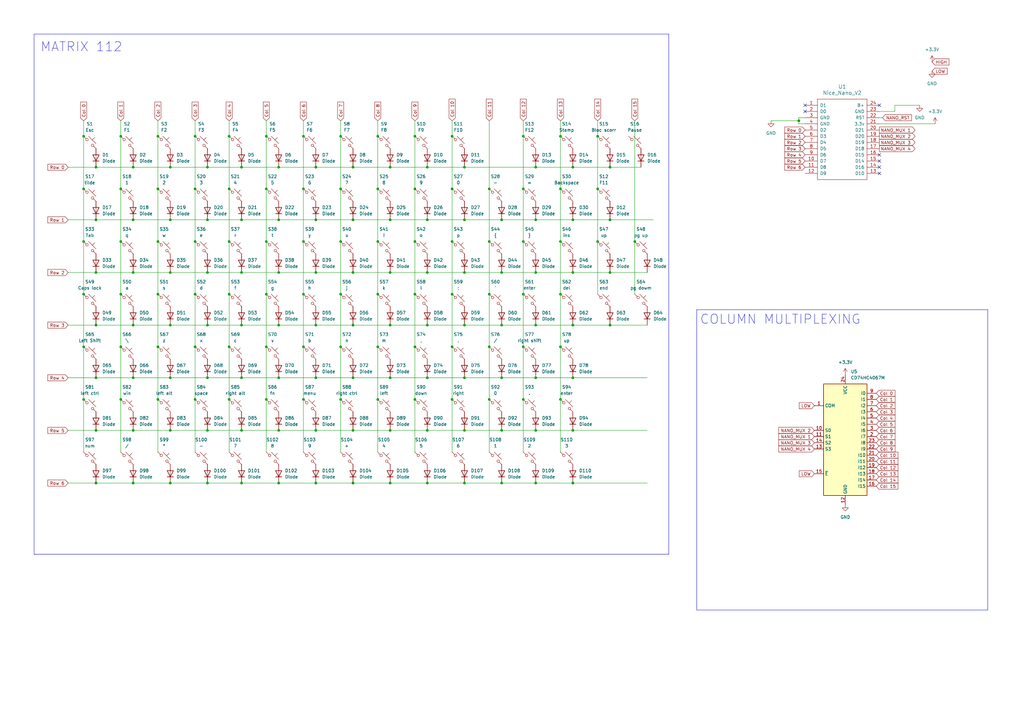
<source format=kicad_sch>
(kicad_sch (version 20230121) (generator eeschema)
  (paper "A3")
  (junction (at 93.98 55.88))
  (junction (at 69.85 111.76))
  (junction (at 175.26 90.17))
  (junction (at 175.26 111.76))
  (junction (at 114.3 90.17))
  (junction (at 80.01 55.88))
  (junction (at 205.74 90.17))
  (junction (at 234.95 133.35))
  (junction (at 250.19 133.35))
  (junction (at 144.78 90.17))
  (junction (at 34.29 142.24))
  (junction (at 80.01 163.83))
  (junction (at 99.06 68.58))
  (junction (at 124.46 99.06))
  (junction (at 160.02 154.94))
  (junction (at 99.06 198.12))
  (junction (at 64.77 99.06))
  (junction (at 260.35 99.06))
  (junction (at 214.63 55.88))
  (junction (at 175.26 154.94))
  (junction (at 124.46 77.47))
  (junction (at 229.87 120.65))
  (junction (at 64.77 55.88))
  (junction (at 39.37 154.94))
  (junction (at 64.77 163.83))
  (junction (at 219.71 90.17))
  (junction (at 49.53 99.06))
  (junction (at 229.87 99.06))
  (junction (at 114.3 111.76))
  (junction (at 245.11 99.06))
  (junction (at 139.7 120.65))
  (junction (at 160.02 176.53))
  (junction (at 139.7 142.24))
  (junction (at 114.3 176.53))
  (junction (at 85.09 154.94))
  (junction (at 170.18 55.88))
  (junction (at 250.19 111.76))
  (junction (at 170.18 120.65))
  (junction (at 200.66 163.83))
  (junction (at 185.42 163.83))
  (junction (at 109.22 142.24))
  (junction (at 124.46 120.65))
  (junction (at 93.98 77.47))
  (junction (at 85.09 111.76))
  (junction (at 99.06 111.76))
  (junction (at 200.66 120.65))
  (junction (at 160.02 133.35))
  (junction (at 250.19 90.17))
  (junction (at 34.29 77.47))
  (junction (at 190.5 198.12))
  (junction (at 234.95 154.94))
  (junction (at 154.94 77.47))
  (junction (at 39.37 68.58))
  (junction (at 99.06 154.94))
  (junction (at 139.7 163.83))
  (junction (at 80.01 142.24))
  (junction (at 129.54 154.94))
  (junction (at 139.7 99.06))
  (junction (at 99.06 133.35))
  (junction (at 129.54 90.17))
  (junction (at 229.87 163.83))
  (junction (at 160.02 68.58))
  (junction (at 69.85 176.53))
  (junction (at 219.71 198.12))
  (junction (at 175.26 68.58))
  (junction (at 200.66 142.24))
  (junction (at 175.26 133.35))
  (junction (at 205.74 133.35))
  (junction (at 80.01 77.47))
  (junction (at 190.5 90.17))
  (junction (at 219.71 68.58))
  (junction (at 85.09 90.17))
  (junction (at 139.7 55.88))
  (junction (at 185.42 120.65))
  (junction (at 109.22 120.65))
  (junction (at 99.06 176.53))
  (junction (at 144.78 111.76))
  (junction (at 205.74 111.76))
  (junction (at 54.61 90.17))
  (junction (at 114.3 68.58))
  (junction (at 129.54 198.12))
  (junction (at 185.42 77.47))
  (junction (at 170.18 163.83))
  (junction (at 154.94 99.06))
  (junction (at 69.85 198.12))
  (junction (at 160.02 198.12))
  (junction (at 144.78 154.94))
  (junction (at 154.94 120.65))
  (junction (at 234.95 68.58))
  (junction (at 144.78 68.58))
  (junction (at 200.66 99.06))
  (junction (at 229.87 142.24))
  (junction (at 214.63 99.06))
  (junction (at 54.61 198.12))
  (junction (at 245.11 77.47))
  (junction (at 129.54 68.58))
  (junction (at 160.02 111.76))
  (junction (at 139.7 77.47))
  (junction (at 114.3 198.12))
  (junction (at 109.22 77.47))
  (junction (at 170.18 142.24))
  (junction (at 69.85 68.58))
  (junction (at 205.74 176.53))
  (junction (at 154.94 163.83))
  (junction (at 214.63 163.83))
  (junction (at 170.18 99.06))
  (junction (at 49.53 163.83))
  (junction (at 85.09 133.35))
  (junction (at 109.22 99.06))
  (junction (at 219.71 154.94))
  (junction (at 144.78 133.35))
  (junction (at 154.94 142.24))
  (junction (at 69.85 154.94))
  (junction (at 109.22 163.83))
  (junction (at 93.98 142.24))
  (junction (at 93.98 163.83))
  (junction (at 154.94 55.88))
  (junction (at 85.09 198.12))
  (junction (at 93.98 120.65))
  (junction (at 64.77 77.47))
  (junction (at 80.01 99.06))
  (junction (at 219.71 176.53))
  (junction (at 34.29 99.06))
  (junction (at 250.19 68.58))
  (junction (at 109.22 55.88))
  (junction (at 39.37 90.17))
  (junction (at 190.5 111.76))
  (junction (at 327.66 49.53))
  (junction (at 200.66 77.47))
  (junction (at 64.77 120.65))
  (junction (at 54.61 68.58))
  (junction (at 114.3 133.35))
  (junction (at 49.53 77.47))
  (junction (at 190.5 176.53))
  (junction (at 160.02 90.17))
  (junction (at 54.61 154.94))
  (junction (at 229.87 55.88))
  (junction (at 34.29 55.88))
  (junction (at 144.78 176.53))
  (junction (at 85.09 176.53))
  (junction (at 69.85 133.35))
  (junction (at 64.77 142.24))
  (junction (at 39.37 133.35))
  (junction (at 214.63 120.65))
  (junction (at 219.71 133.35))
  (junction (at 205.74 154.94))
  (junction (at 54.61 111.76))
  (junction (at 80.01 120.65))
  (junction (at 129.54 176.53))
  (junction (at 124.46 55.88))
  (junction (at 219.71 111.76))
  (junction (at 69.85 90.17))
  (junction (at 205.74 198.12))
  (junction (at 214.63 77.47))
  (junction (at 185.42 55.88))
  (junction (at 93.98 99.06))
  (junction (at 185.42 142.24))
  (junction (at 129.54 111.76))
  (junction (at 190.5 68.58))
  (junction (at 144.78 198.12))
  (junction (at 54.61 176.53))
  (junction (at 99.06 90.17))
  (junction (at 124.46 142.24))
  (junction (at 39.37 111.76))
  (junction (at 190.5 133.35))
  (junction (at 54.61 133.35))
  (junction (at 175.26 198.12))
  (junction (at 170.18 77.47))
  (junction (at 114.3 154.94))
  (junction (at 234.95 90.17))
  (junction (at 39.37 176.53))
  (junction (at 85.09 68.58))
  (junction (at 229.87 77.47))
  (junction (at 214.63 142.24))
  (junction (at 175.26 176.53))
  (junction (at 49.53 142.24))
  (junction (at 245.11 55.88))
  (junction (at 34.29 120.65))
  (junction (at 190.5 154.94))
  (junction (at 49.53 55.88))
  (junction (at 124.46 163.83))
  (junction (at 39.37 198.12))
  (junction (at 185.42 99.06))
  (junction (at 49.53 120.65))
  (junction (at 234.95 111.76))
  (junction (at 129.54 133.35))
  (junction (at 34.29 163.83))
  (junction (at 234.95 198.12))
  (junction (at 234.95 176.53))
  (no_connect (at 360.68 43.18))
  (no_connect (at 360.68 71.12))
  (no_connect (at 330.2 43.18))
  (no_connect (at 360.68 68.58))
  (no_connect (at 330.2 45.72))
  (no_connect (at 360.68 63.5))
  (no_connect (at 360.68 66.04))
  (wire (pts (xy 229.87 99.06) (xy 229.87 120.65)))
  (wire (pts (xy 64.77 77.47) (xy 64.77 99.06)))
  (wire (pts (xy 34.29 77.47) (xy 34.29 99.06)))
  (wire (pts (xy 109.22 120.65) (xy 109.22 142.24)))
  (wire (pts (xy 99.06 154.94) (xy 114.3 154.94)))
  (wire (pts (xy 124.46 99.06) (xy 124.46 120.65)))
  (wire (pts (xy 175.26 111.76) (xy 190.5 111.76)))
  (wire (pts (xy 185.42 49.53) (xy 185.42 55.88)))
  (wire (pts (xy 214.63 55.88) (xy 214.63 77.47)))
  (wire (pts (xy 85.09 154.94) (xy 99.06 154.94)))
  (wire (pts (xy 205.74 133.35) (xy 219.71 133.35)))
  (wire (pts (xy 160.02 176.53) (xy 175.26 176.53)))
  (wire (pts (xy 99.06 133.35) (xy 114.3 133.35)))
  (wire (pts (xy 109.22 55.88) (xy 109.22 77.47)))
  (wire (pts (xy 185.42 55.88) (xy 185.42 77.47)))
  (wire (pts (xy 154.94 77.47) (xy 154.94 99.06)))
  (wire (pts (xy 200.66 49.53) (xy 200.66 77.47)))
  (wire (pts (xy 93.98 49.53) (xy 93.98 55.88)))
  (wire (pts (xy 124.46 49.53) (xy 124.46 55.88)))
  (wire (pts (xy 330.2 48.26) (xy 327.66 48.26)))
  (wire (pts (xy 205.74 111.76) (xy 219.71 111.76)))
  (wire (pts (xy 229.87 77.47) (xy 229.87 99.06)))
  (wire (pts (xy 139.7 142.24) (xy 139.7 163.83)))
  (wire (pts (xy 185.42 77.47) (xy 185.42 99.06)))
  (wire (pts (xy 39.37 133.35) (xy 54.61 133.35)))
  (wire (pts (xy 144.78 176.53) (xy 160.02 176.53)))
  (wire (pts (xy 109.22 77.47) (xy 109.22 99.06)))
  (wire (pts (xy 80.01 49.53) (xy 80.01 55.88)))
  (wire (pts (xy 214.63 49.53) (xy 214.63 55.88)))
  (wire (pts (xy 34.29 142.24) (xy 34.29 163.83)))
  (wire (pts (xy 109.22 49.53) (xy 109.22 55.88)))
  (wire (pts (xy 200.66 77.47) (xy 200.66 99.06)))
  (wire (pts (xy 229.87 142.24) (xy 229.87 163.83)))
  (wire (pts (xy 245.11 77.47) (xy 245.11 99.06)))
  (wire (pts (xy 49.53 120.65) (xy 49.53 142.24)))
  (wire (pts (xy 219.71 133.35) (xy 234.95 133.35)))
  (wire (pts (xy 219.71 176.53) (xy 234.95 176.53)))
  (wire (pts (xy 39.37 176.53) (xy 54.61 176.53)))
  (wire (pts (xy 39.37 111.76) (xy 54.61 111.76)))
  (wire (pts (xy 139.7 77.47) (xy 139.7 99.06)))
  (wire (pts (xy 214.63 77.47) (xy 214.63 99.06)))
  (wire (pts (xy 160.02 90.17) (xy 175.26 90.17)))
  (wire (pts (xy 49.53 163.83) (xy 49.53 185.42)))
  (wire (pts (xy 175.26 68.58) (xy 190.5 68.58)))
  (wire (pts (xy 160.02 111.76) (xy 175.26 111.76)))
  (wire (pts (xy 129.54 176.53) (xy 144.78 176.53)))
  (wire (pts (xy 54.61 154.94) (xy 69.85 154.94)))
  (wire (pts (xy 114.3 176.53) (xy 129.54 176.53)))
  (wire (pts (xy 34.29 163.83) (xy 34.29 185.42)))
  (wire (pts (xy 54.61 90.17) (xy 69.85 90.17)))
  (wire (pts (xy 327.66 50.8) (xy 327.66 49.53)))
  (wire (pts (xy 175.26 198.12) (xy 190.5 198.12)))
  (wire (pts (xy 34.29 120.65) (xy 34.29 142.24)))
  (wire (pts (xy 175.26 90.17) (xy 190.5 90.17)))
  (wire (pts (xy 361.95 48.26) (xy 360.68 48.26)))
  (wire (pts (xy 124.46 77.47) (xy 124.46 99.06)))
  (wire (pts (xy 234.95 111.76) (xy 250.19 111.76)))
  (wire (pts (xy 129.54 90.17) (xy 144.78 90.17)))
  (wire (pts (xy 80.01 120.65) (xy 80.01 142.24)))
  (wire (pts (xy 64.77 49.53) (xy 64.77 55.88)))
  (wire (pts (xy 219.71 198.12) (xy 234.95 198.12)))
  (wire (pts (xy 39.37 90.17) (xy 54.61 90.17)))
  (wire (pts (xy 114.3 90.17) (xy 129.54 90.17)))
  (wire (pts (xy 129.54 111.76) (xy 144.78 111.76)))
  (wire (pts (xy 250.19 133.35) (xy 265.43 133.35)))
  (wire (pts (xy 69.85 133.35) (xy 85.09 133.35)))
  (wire (pts (xy 205.74 90.17) (xy 219.71 90.17)))
  (wire (pts (xy 85.09 198.12) (xy 99.06 198.12)))
  (wire (pts (xy 114.3 198.12) (xy 129.54 198.12)))
  (wire (pts (xy 85.09 133.35) (xy 99.06 133.35)))
  (wire (pts (xy 109.22 99.06) (xy 109.22 120.65)))
  (wire (pts (xy 34.29 49.53) (xy 34.29 55.88)))
  (wire (pts (xy 27.94 154.94) (xy 39.37 154.94)))
  (wire (pts (xy 54.61 176.53) (xy 69.85 176.53)))
  (wire (pts (xy 160.02 68.58) (xy 175.26 68.58)))
  (wire (pts (xy 124.46 55.88) (xy 124.46 77.47)))
  (wire (pts (xy 190.5 154.94) (xy 205.74 154.94)))
  (wire (pts (xy 27.94 198.12) (xy 39.37 198.12)))
  (wire (pts (xy 190.5 133.35) (xy 205.74 133.35)))
  (wire (pts (xy 27.94 133.35) (xy 39.37 133.35)))
  (wire (pts (xy 245.11 99.06) (xy 245.11 120.65)))
  (wire (pts (xy 54.61 198.12) (xy 69.85 198.12)))
  (wire (pts (xy 80.01 163.83) (xy 80.01 185.42)))
  (wire (pts (xy 205.74 198.12) (xy 219.71 198.12)))
  (wire (pts (xy 170.18 49.53) (xy 170.18 55.88)))
  (wire (pts (xy 80.01 99.06) (xy 80.01 120.65)))
  (wire (pts (xy 49.53 99.06) (xy 49.53 120.65)))
  (wire (pts (xy 367.03 43.18) (xy 367.03 45.72)))
  (wire (pts (xy 27.94 176.53) (xy 39.37 176.53)))
  (wire (pts (xy 69.85 154.94) (xy 85.09 154.94)))
  (wire (pts (xy 93.98 163.83) (xy 93.98 185.42)))
  (wire (pts (xy 234.95 198.12) (xy 265.43 198.12)))
  (wire (pts (xy 185.42 142.24) (xy 185.42 163.83)))
  (wire (pts (xy 69.85 176.53) (xy 85.09 176.53)))
  (wire (pts (xy 234.95 90.17) (xy 250.19 90.17)))
  (wire (pts (xy 114.3 111.76) (xy 129.54 111.76)))
  (wire (pts (xy 49.53 77.47) (xy 49.53 99.06)))
  (wire (pts (xy 175.26 176.53) (xy 190.5 176.53)))
  (wire (pts (xy 124.46 142.24) (xy 124.46 163.83)))
  (wire (pts (xy 124.46 163.83) (xy 124.46 185.42)))
  (wire (pts (xy 144.78 198.12) (xy 160.02 198.12)))
  (wire (pts (xy 64.77 99.06) (xy 64.77 120.65)))
  (wire (pts (xy 367.03 43.18) (xy 377.19 43.18)))
  (wire (pts (xy 260.35 99.06) (xy 260.35 120.65)))
  (wire (pts (xy 160.02 198.12) (xy 175.26 198.12)))
  (wire (pts (xy 250.19 68.58) (xy 262.89 68.58)))
  (wire (pts (xy 85.09 90.17) (xy 99.06 90.17)))
  (wire (pts (xy 93.98 142.24) (xy 93.98 163.83)))
  (wire (pts (xy 114.3 154.94) (xy 129.54 154.94)))
  (wire (pts (xy 219.71 90.17) (xy 234.95 90.17)))
  (wire (pts (xy 139.7 55.88) (xy 139.7 77.47)))
  (wire (pts (xy 85.09 111.76) (xy 99.06 111.76)))
  (wire (pts (xy 170.18 163.83) (xy 170.18 185.42)))
  (wire (pts (xy 64.77 163.83) (xy 64.77 185.42)))
  (wire (pts (xy 54.61 68.58) (xy 69.85 68.58)))
  (wire (pts (xy 80.01 142.24) (xy 80.01 163.83)))
  (wire (pts (xy 39.37 68.58) (xy 54.61 68.58)))
  (wire (pts (xy 69.85 90.17) (xy 85.09 90.17)))
  (wire (pts (xy 200.66 99.06) (xy 200.66 120.65)))
  (wire (pts (xy 214.63 99.06) (xy 214.63 120.65)))
  (wire (pts (xy 99.06 90.17) (xy 114.3 90.17)))
  (wire (pts (xy 170.18 55.88) (xy 170.18 77.47)))
  (wire (pts (xy 49.53 49.53) (xy 49.53 55.88)))
  (wire (pts (xy 129.54 198.12) (xy 144.78 198.12)))
  (wire (pts (xy 214.63 120.65) (xy 214.63 142.24)))
  (wire (pts (xy 190.5 176.53) (xy 205.74 176.53)))
  (wire (pts (xy 367.03 45.72) (xy 360.68 45.72)))
  (wire (pts (xy 185.42 163.83) (xy 185.42 185.42)))
  (wire (pts (xy 160.02 133.35) (xy 175.26 133.35)))
  (wire (pts (xy 234.95 176.53) (xy 265.43 176.53)))
  (wire (pts (xy 49.53 142.24) (xy 49.53 163.83)))
  (wire (pts (xy 144.78 133.35) (xy 160.02 133.35)))
  (wire (pts (xy 69.85 68.58) (xy 85.09 68.58)))
  (wire (pts (xy 99.06 176.53) (xy 114.3 176.53)))
  (wire (pts (xy 175.26 133.35) (xy 190.5 133.35)))
  (wire (pts (xy 200.66 163.83) (xy 200.66 185.42)))
  (wire (pts (xy 170.18 142.24) (xy 170.18 163.83)))
  (wire (pts (xy 154.94 163.83) (xy 154.94 185.42)))
  (wire (pts (xy 229.87 120.65) (xy 229.87 142.24)))
  (wire (pts (xy 129.54 154.94) (xy 144.78 154.94)))
  (wire (pts (xy 39.37 154.94) (xy 54.61 154.94)))
  (wire (pts (xy 330.2 50.8) (xy 327.66 50.8)))
  (wire (pts (xy 154.94 99.06) (xy 154.94 120.65)))
  (wire (pts (xy 27.94 111.76) (xy 39.37 111.76)))
  (wire (pts (xy 214.63 142.24) (xy 214.63 163.83)))
  (wire (pts (xy 229.87 55.88) (xy 229.87 77.47)))
  (wire (pts (xy 170.18 77.47) (xy 170.18 99.06)))
  (wire (pts (xy 219.71 154.94) (xy 234.95 154.94)))
  (wire (pts (xy 229.87 163.83) (xy 229.87 185.42)))
  (wire (pts (xy 260.35 49.53) (xy 260.35 99.06)))
  (wire (pts (xy 214.63 163.83) (xy 214.63 185.42)))
  (wire (pts (xy 160.02 154.94) (xy 175.26 154.94)))
  (wire (pts (xy 139.7 163.83) (xy 139.7 185.42)))
  (wire (pts (xy 229.87 49.53) (xy 229.87 55.88)))
  (wire (pts (xy 200.66 142.24) (xy 200.66 163.83)))
  (wire (pts (xy 124.46 120.65) (xy 124.46 142.24)))
  (wire (pts (xy 170.18 120.65) (xy 170.18 142.24)))
  (wire (pts (xy 190.5 68.58) (xy 219.71 68.58)))
  (wire (pts (xy 250.19 90.17) (xy 267.97 90.17)))
  (wire (pts (xy 205.74 176.53) (xy 219.71 176.53)))
  (wire (pts (xy 144.78 90.17) (xy 160.02 90.17)))
  (wire (pts (xy 144.78 111.76) (xy 160.02 111.76)))
  (wire (pts (xy 185.42 120.65) (xy 185.42 142.24)))
  (wire (pts (xy 93.98 77.47) (xy 93.98 99.06)))
  (wire (pts (xy 154.94 120.65) (xy 154.94 142.24)))
  (wire (pts (xy 219.71 111.76) (xy 234.95 111.76)))
  (wire (pts (xy 114.3 133.35) (xy 129.54 133.35)))
  (wire (pts (xy 109.22 142.24) (xy 109.22 163.83)))
  (wire (pts (xy 129.54 68.58) (xy 144.78 68.58)))
  (wire (pts (xy 139.7 49.53) (xy 139.7 55.88)))
  (wire (pts (xy 49.53 55.88) (xy 49.53 77.47)))
  (wire (pts (xy 80.01 55.88) (xy 80.01 77.47)))
  (wire (pts (xy 250.19 111.76) (xy 265.43 111.76)))
  (wire (pts (xy 64.77 142.24) (xy 64.77 163.83)))
  (wire (pts (xy 27.94 90.17) (xy 39.37 90.17)))
  (wire (pts (xy 190.5 90.17) (xy 205.74 90.17)))
  (wire (pts (xy 154.94 49.53) (xy 154.94 55.88)))
  (wire (pts (xy 99.06 198.12) (xy 114.3 198.12)))
  (wire (pts (xy 154.94 142.24) (xy 154.94 163.83)))
  (wire (pts (xy 245.11 55.88) (xy 245.11 77.47)))
  (wire (pts (xy 185.42 99.06) (xy 185.42 120.65)))
  (wire (pts (xy 54.61 133.35) (xy 69.85 133.35)))
  (wire (pts (xy 170.18 99.06) (xy 170.18 120.65)))
  (wire (pts (xy 360.68 50.8) (xy 383.54 50.8)))
  (wire (pts (xy 69.85 111.76) (xy 85.09 111.76)))
  (wire (pts (xy 154.94 55.88) (xy 154.94 77.47)))
  (wire (pts (xy 245.11 49.53) (xy 245.11 55.88)))
  (wire (pts (xy 200.66 120.65) (xy 200.66 142.24)))
  (wire (pts (xy 234.95 68.58) (xy 250.19 68.58)))
  (wire (pts (xy 219.71 68.58) (xy 234.95 68.58)))
  (wire (pts (xy 144.78 68.58) (xy 160.02 68.58)))
  (wire (pts (xy 54.61 111.76) (xy 69.85 111.76)))
  (wire (pts (xy 109.22 163.83) (xy 109.22 185.42)))
  (wire (pts (xy 139.7 120.65) (xy 139.7 142.24)))
  (wire (pts (xy 99.06 68.58) (xy 114.3 68.58)))
  (wire (pts (xy 129.54 133.35) (xy 144.78 133.35)))
  (wire (pts (xy 27.94 68.58) (xy 39.37 68.58)))
  (wire (pts (xy 69.85 198.12) (xy 85.09 198.12)))
  (wire (pts (xy 93.98 120.65) (xy 93.98 142.24)))
  (wire (pts (xy 144.78 154.94) (xy 160.02 154.94)))
  (wire (pts (xy 205.74 154.94) (xy 219.71 154.94)))
  (wire (pts (xy 234.95 154.94) (xy 265.43 154.94)))
  (wire (pts (xy 85.09 176.53) (xy 99.06 176.53)))
  (wire (pts (xy 64.77 55.88) (xy 64.77 77.47)))
  (wire (pts (xy 327.66 49.53) (xy 327.66 48.26)))
  (wire (pts (xy 64.77 120.65) (xy 64.77 142.24)))
  (wire (pts (xy 93.98 99.06) (xy 93.98 120.65)))
  (wire (pts (xy 234.95 133.35) (xy 250.19 133.35)))
  (wire (pts (xy 80.01 77.47) (xy 80.01 99.06)))
  (wire (pts (xy 327.66 49.53) (xy 316.23 49.53)))
  (wire (pts (xy 39.37 198.12) (xy 54.61 198.12)))
  (wire (pts (xy 114.3 68.58) (xy 129.54 68.58)))
  (wire (pts (xy 175.26 154.94) (xy 190.5 154.94)))
  (wire (pts (xy 190.5 111.76) (xy 205.74 111.76)))
  (wire (pts (xy 99.06 111.76) (xy 114.3 111.76)))
  (wire (pts (xy 93.98 55.88) (xy 93.98 77.47)))
  (wire (pts (xy 85.09 68.58) (xy 99.06 68.58)))
  (wire (pts (xy 34.29 55.88) (xy 34.29 77.47)))
  (wire (pts (xy 34.29 99.06) (xy 34.29 120.65)))
  (wire (pts (xy 139.7 99.06) (xy 139.7 120.65)))
  (wire (pts (xy 190.5 198.12) (xy 205.74 198.12)))
  (rectangle (start 13.97 13.97) (end 274.32 227.33))
  (rectangle (start 285.75 127) (end 405.13 250.19))
  (text "COLUMN MULTIPLEXING" (at 287.02 133.35 0) (effects (font (size 3.81 3.81)) (justify left bottom)))
  (text "MATRIX 112" (at 16.51 21.59 0) (effects (font (size 3.81 3.81)) (justify left bottom)))
  (global_label "Col 15" (shape input) (at 260.35 49.53 90) (property "Intersheetrefs" "${INTERSHEET_REFS}" (effects hide)))
  (global_label "Col 8" (shape input) (at 359.41 181.61 0) (property "Intersheetrefs" "${INTERSHEET_REFS}" (effects hide)))
  (global_label "Col 0" (shape input) (at 34.29 49.53 90) (property "Intersheetrefs" "${INTERSHEET_REFS}" (effects hide)))
  (global_label "Col 13" (shape input) (at 359.41 194.31 0) (property "Intersheetrefs" "${INTERSHEET_REFS}" (effects hide)))
  (global_label "Col 15" (shape input) (at 359.41 199.39 0) (property "Intersheetrefs" "${INTERSHEET_REFS}" (effects hide)))
  (global_label "Row 3" (shape input) (at 27.94 133.35 180) (property "Intersheetrefs" "${INTERSHEET_REFS}" (effects hide)))
  (global_label "Col 10" (shape input) (at 359.41 186.69 0) (property "Intersheetrefs" "${INTERSHEET_REFS}" (effects hide)))
  (global_label "NANO_MUX 3" (shape input) (at 334.01 181.61 180) (property "Intersheetrefs" "${INTERSHEET_REFS}" (effects hide)))
  (global_label "Col 2" (shape input) (at 64.77 49.53 90) (property "Intersheetrefs" "${INTERSHEET_REFS}" (effects hide)))
  (global_label "Col 5" (shape input) (at 109.22 49.53 90) (property "Intersheetrefs" "${INTERSHEET_REFS}" (effects hide)))
  (global_label "LOW" (shape input) (at 334.01 194.31 180) (property "Intersheetrefs" "${INTERSHEET_REFS}" (effects hide)))
  (global_label "Row 0" (shape input) (at 330.2 53.34 180) (property "Intersheetrefs" "${INTERSHEET_REFS}" (effects hide)))
  (global_label "Col 11" (shape input) (at 200.66 49.53 90) (property "Intersheetrefs" "${INTERSHEET_REFS}" (effects hide)))
  (global_label "Col 8" (shape input) (at 154.94 49.53 90) (property "Intersheetrefs" "${INTERSHEET_REFS}" (effects hide)))
  (global_label "LOW" (shape input) (at 334.01 166.37 180) (property "Intersheetrefs" "${INTERSHEET_REFS}" (effects hide)))
  (global_label "Row 6" (shape input) (at 330.2 68.58 180) (property "Intersheetrefs" "${INTERSHEET_REFS}" (effects hide)))
  (global_label "Col 12" (shape input) (at 214.63 49.53 90) (property "Intersheetrefs" "${INTERSHEET_REFS}" (effects hide)))
  (global_label "NANO_MUX 3" (shape output) (at 360.68 58.42 0) (property "Intersheetrefs" "${INTERSHEET_REFS}" (effects hide)))
  (global_label "Col 1" (shape input) (at 359.41 163.83 0) (property "Intersheetrefs" "${INTERSHEET_REFS}" (effects hide)))
  (global_label "Col 12" (shape input) (at 359.41 191.77 0) (property "Intersheetrefs" "${INTERSHEET_REFS}" (effects hide)))
  (global_label "Row 5" (shape input) (at 27.94 176.53 180) (property "Intersheetrefs" "${INTERSHEET_REFS}" (effects hide)))
  (global_label "Col 0" (shape input) (at 359.41 161.29 0) (property "Intersheetrefs" "${INTERSHEET_REFS}" (effects hide)))
  (global_label "Col 3" (shape input) (at 80.01 49.53 90) (property "Intersheetrefs" "${INTERSHEET_REFS}" (effects hide)))
  (global_label "NANO_MUX 1" (shape output) (at 360.68 53.34 0) (property "Intersheetrefs" "${INTERSHEET_REFS}" (effects hide)))
  (global_label "Col 11" (shape input) (at 359.41 189.23 0) (property "Intersheetrefs" "${INTERSHEET_REFS}" (effects hide)))
  (global_label "Col 7" (shape input) (at 359.41 179.07 0) (property "Intersheetrefs" "${INTERSHEET_REFS}" (effects hide)))
  (global_label "Row 5" (shape input) (at 330.2 66.04 180) (property "Intersheetrefs" "${INTERSHEET_REFS}" (effects hide)))
  (global_label "NANO_MUX 1" (shape input) (at 334.01 179.07 180) (property "Intersheetrefs" "${INTERSHEET_REFS}" (effects hide)))
  (global_label "Col 13" (shape input) (at 229.87 49.53 90) (property "Intersheetrefs" "${INTERSHEET_REFS}" (effects hide)))
  (global_label "Row 1" (shape input) (at 330.2 55.88 180) (property "Intersheetrefs" "${INTERSHEET_REFS}" (effects hide)))
  (global_label "Col 7" (shape input) (at 139.7 49.53 90) (property "Intersheetrefs" "${INTERSHEET_REFS}" (effects hide)))
  (global_label "Col 6" (shape input) (at 359.41 176.53 0) (property "Intersheetrefs" "${INTERSHEET_REFS}" (effects hide)))
  (global_label "NANO_MUX 4" (shape output) (at 360.68 60.96 0) (property "Intersheetrefs" "${INTERSHEET_REFS}" (effects hide)))
  (global_label "Col 4" (shape input) (at 93.98 49.53 90) (property "Intersheetrefs" "${INTERSHEET_REFS}" (effects hide)))
  (global_label "Col 9" (shape input) (at 359.41 184.15 0) (property "Intersheetrefs" "${INTERSHEET_REFS}" (effects hide)))
  (global_label "Col 3" (shape input) (at 359.41 168.91 0) (property "Intersheetrefs" "${INTERSHEET_REFS}" (effects hide)))
  (global_label "NANO_MUX 2" (shape input) (at 334.01 176.53 180) (property "Intersheetrefs" "${INTERSHEET_REFS}" (effects hide)))
  (global_label "Col 5" (shape input) (at 359.41 173.99 0) (property "Intersheetrefs" "${INTERSHEET_REFS}" (effects hide)))
  (global_label "HIGH" (shape input) (at 382.27 25.4 0) (property "Intersheetrefs" "${INTERSHEET_REFS}" (effects hide)))
  (global_label "Col 14" (shape input) (at 359.41 196.85 0) (property "Intersheetrefs" "${INTERSHEET_REFS}" (effects hide)))
  (global_label "Row 0" (shape input) (at 27.94 68.58 180) (property "Intersheetrefs" "${INTERSHEET_REFS}" (effects hide)))
  (global_label "Row 4" (shape input) (at 27.94 154.94 180) (property "Intersheetrefs" "${INTERSHEET_REFS}" (effects hide)))
  (global_label "NANO_MUX 2" (shape output) (at 360.68 55.88 0) (property "Intersheetrefs" "${INTERSHEET_REFS}" (effects hide)))
  (global_label "LOW" (shape input) (at 382.27 29.21 0) (property "Intersheetrefs" "${INTERSHEET_REFS}" (effects hide)))
  (global_label "NANO_MUX 4" (shape input) (at 334.01 184.15 180) (property "Intersheetrefs" "${INTERSHEET_REFS}" (effects hide)))
  (global_label "Col 14" (shape input) (at 245.11 49.53 90) (property "Intersheetrefs" "${INTERSHEET_REFS}" (effects hide)))
  (global_label "Row 6" (shape input) (at 27.94 198.12 180) (property "Intersheetrefs" "${INTERSHEET_REFS}" (effects hide)))
  (global_label "Col 10" (shape input) (at 185.42 49.53 90) (property "Intersheetrefs" "${INTERSHEET_REFS}" (effects hide)))
  (global_label "Row 2" (shape input) (at 27.94 111.76 180) (property "Intersheetrefs" "${INTERSHEET_REFS}" (effects hide)))
  (global_label "Col 2" (shape input) (at 359.41 166.37 0) (property "Intersheetrefs" "${INTERSHEET_REFS}" (effects hide)))
  (global_label "Row 1" (shape input) (at 27.94 90.17 180) (property "Intersheetrefs" "${INTERSHEET_REFS}" (effects hide)))
  (global_label "NANO_RST" (shape input) (at 361.95 48.26 0) (property "Intersheetrefs" "${INTERSHEET_REFS}" (effects hide)))
  (global_label "Col 1" (shape input) (at 49.53 49.53 90) (property "Intersheetrefs" "${INTERSHEET_REFS}" (effects hide)))
  (global_label "Row 3" (shape input) (at 330.2 60.96 180) (property "Intersheetrefs" "${INTERSHEET_REFS}" (effects hide)))
  (global_label "Col 9" (shape input) (at 170.18 49.53 90) (property "Intersheetrefs" "${INTERSHEET_REFS}" (effects hide)))
  (global_label "Row 2" (shape input) (at 330.2 58.42 180) (property "Intersheetrefs" "${INTERSHEET_REFS}" (effects hide)))
  (global_label "Col 6" (shape input) (at 124.46 49.53 90) (property "Intersheetrefs" "${INTERSHEET_REFS}" (effects hide)))
  (global_label "Row 4" (shape input) (at 330.2 63.5 180) (property "Intersheetrefs" "${INTERSHEET_REFS}" (effects hide)))
  (global_label "Col 4" (shape input) (at 359.41 171.45 0) (property "Intersheetrefs" "${INTERSHEET_REFS}" (effects hide)))
  (symbol (lib_id "ScottoKeebs:Placeholder_Keyswitch") (at 142.24 144.78 0) (unit 1)
    (property "Reference" "S72" (at 142.24 137.16 0))
    (property "Value" "n" (at 142.24 139.7 0))
    (property "Footprint" "ScottoKeebs_MX:MX_PCB_1.00u" (effects hide))
  )
  (symbol (lib_id "ScottoKeebs:Placeholder_Keyswitch") (at 247.65 58.42 0) (unit 1)
    (property "Reference" "S15" (at 247.65 50.8 0))
    (property "Value" "Bloc scorr" (at 247.65 53.34 0))
    (property "Footprint" "ScottoKeebs_MX:MX_PCB_1.00u" (effects hide))
  )
  (symbol (lib_id "ScottoKeebs:Placeholder_Diode") (at 160.02 86.36 90) (unit 1)
    (property "Reference" "D25" (at 162.56 85.09 90) (effects (justify right)))
    (property "Value" "Diode" (at 162.56 87.63 90) (effects (justify right)))
    (property "Footprint" "ScottoKeebs_Components:Diode_SOD-123" (effects hide))
    (property "Sim.Device" "D" (effects hide))
    (property "Sim.Pins" "1=K 2=A" (effects hide))
  )
  (symbol (lib_id "ScottoKeebs:Placeholder_Keyswitch") (at 127 187.96 0) (unit 1)
    (property "Reference" "S103" (at 127 180.34 0))
    (property "Value" "9" (at 127 182.88 0))
    (property "Footprint" "ScottoKeebs_MX:MX_PCB_1.00u" (effects hide))
  )
  (symbol (lib_id "ScottoKeebs:Placeholder_Diode") (at 39.37 151.13 90) (unit 1)
    (property "Reference" "D65" (at 41.91 149.86 90) (effects (justify right)))
    (property "Value" "Diode" (at 41.91 152.4 90) (effects (justify right)))
    (property "Footprint" "ScottoKeebs_Components:Diode_SOD-123" (effects hide))
    (property "Sim.Device" "D" (effects hide))
    (property "Sim.Pins" "1=K 2=A" (effects hide))
  )
  (symbol (lib_id "ScottoKeebs:Placeholder_Diode") (at 160.02 151.13 90) (unit 1)
    (property "Reference" "D73" (at 162.56 149.86 90) (effects (justify right)))
    (property "Value" "Diode" (at 162.56 152.4 90) (effects (justify right)))
    (property "Footprint" "ScottoKeebs_Components:Diode_SOD-123" (effects hide))
    (property "Sim.Device" "D" (effects hide))
    (property "Sim.Pins" "1=K 2=A" (effects hide))
  )
  (symbol (lib_id "ScottoKeebs:Placeholder_Diode") (at 250.19 86.36 90) (unit 1)
    (property "Reference" "D12" (at 252.73 85.09 90) (effects (justify right)))
    (property "Value" "Diode" (at 252.73 87.63 90) (effects (justify right)))
    (property "Footprint" "ScottoKeebs_Components:Diode_SOD-123" (effects hide))
    (property "Sim.Device" "D" (effects hide))
    (property "Sim.Pins" "1=K 2=A" (effects hide))
  )
  (symbol (lib_id "ScottoKeebs:Placeholder_Keyswitch") (at 67.31 58.42 0) (unit 1)
    (property "Reference" "S3" (at 67.31 50.8 0))
    (property "Value" "F2" (at 67.31 53.34 0))
    (property "Footprint" "ScottoKeebs_MX:MX_PCB_1.00u" (effects hide))
  )
  (symbol (lib_id "ScottoKeebs:Placeholder_Diode") (at 99.06 194.31 90) (unit 1)
    (property "Reference" "D101" (at 101.6 193.04 90) (effects (justify right)))
    (property "Value" "Diode" (at 101.6 195.58 90) (effects (justify right)))
    (property "Footprint" "ScottoKeebs_Components:Diode_SOD-123" (effects hide))
    (property "Sim.Device" "D" (effects hide))
    (property "Sim.Pins" "1=K 2=A" (effects hide))
  )
  (symbol (lib_id "ScottoKeebs:Placeholder_Keyswitch") (at 232.41 101.6 0) (unit 1)
    (property "Reference" "S46" (at 232.41 93.98 0))
    (property "Value" "ins" (at 232.41 96.52 0))
    (property "Footprint" "ScottoKeebs_MX:MX_PCB_1.00u" (effects hide))
  )
  (symbol (lib_id "ScottoKeebs:Placeholder_Keyswitch") (at 96.52 166.37 0) (unit 1)
    (property "Reference" "S85" (at 96.52 158.75 0))
    (property "Value" "right alt" (at 96.52 161.29 0))
    (property "Footprint" "ScottoKeebs_MX:MX_PCB_1.00u" (effects hide))
  )
  (symbol (lib_id "ScottoKeebs:Placeholder_Keyswitch") (at 96.52 187.96 0) (unit 1)
    (property "Reference" "S101" (at 96.52 180.34 0))
    (property "Value" "7" (at 96.52 182.88 0))
    (property "Footprint" "ScottoKeebs_MX:MX_PCB_1.00u" (effects hide))
  )
  (symbol (lib_id "ScottoKeebs:Placeholder_Keyswitch") (at 96.52 101.6 0) (unit 1)
    (property "Reference" "S37" (at 96.52 93.98 0))
    (property "Value" "r" (at 96.52 96.52 0))
    (property "Footprint" "ScottoKeebs_MX:MX_PCB_1.00u" (effects hide))
  )
  (symbol (lib_id "ScottoKeebs:Placeholder_Diode") (at 219.71 129.54 90) (unit 1)
    (property "Reference" "D61" (at 222.25 128.27 90) (effects (justify right)))
    (property "Value" "Diode" (at 222.25 130.81 90) (effects (justify right)))
    (property "Footprint" "ScottoKeebs_Components:Diode_SOD-123" (effects hide))
    (property "Sim.Device" "D" (effects hide))
    (property "Sim.Pins" "1=K 2=A" (effects hide))
  )
  (symbol (lib_id "ScottoKeebs:Placeholder_Diode") (at 54.61 151.13 90) (unit 1)
    (property "Reference" "D66" (at 57.15 149.86 90) (effects (justify right)))
    (property "Value" "Diode" (at 57.15 152.4 90) (effects (justify right)))
    (property "Footprint" "ScottoKeebs_Components:Diode_SOD-123" (effects hide))
    (property "Sim.Device" "D" (effects hide))
    (property "Sim.Pins" "1=K 2=A" (effects hide))
  )
  (symbol (lib_id "ScottoKeebs:Placeholder_Diode") (at 175.26 172.72 90) (unit 1)
    (property "Reference" "D90" (at 177.8 171.45 90) (effects (justify right)))
    (property "Value" "Diode" (at 177.8 173.99 90) (effects (justify right)))
    (property "Footprint" "ScottoKeebs_Components:Diode_SOD-123" (effects hide))
    (property "Sim.Device" "D" (effects hide))
    (property "Sim.Pins" "1=K 2=A" (effects hide))
  )
  (symbol (lib_id "ScottoKeebs:Placeholder_Keyswitch") (at 67.31 101.6 0) (unit 1)
    (property "Reference" "S35" (at 67.31 93.98 0))
    (property "Value" "w" (at 67.31 96.52 0))
    (property "Footprint" "ScottoKeebs_MX:MX_PCB_1.00u" (effects hide))
  )
  (symbol (lib_id "ScottoKeebs:Placeholder_Diode") (at 144.78 64.77 90) (unit 1)
    (property "Reference" "D8" (at 147.32 63.5 90) (effects (justify right)))
    (property "Value" "Diode" (at 147.32 66.04 90) (effects (justify right)))
    (property "Footprint" "ScottoKeebs_Components:Diode_SOD-123" (effects hide))
    (property "Sim.Device" "D" (effects hide))
    (property "Sim.Pins" "1=K 2=A" (effects hide))
  )
  (symbol (lib_id "ScottoKeebs:Placeholder_Diode") (at 219.71 107.95 90) (unit 1)
    (property "Reference" "D45" (at 222.25 106.68 90) (effects (justify right)))
    (property "Value" "Diode" (at 222.25 109.22 90) (effects (justify right)))
    (property "Footprint" "ScottoKeebs_Components:Diode_SOD-123" (effects hide))
    (property "Sim.Device" "D" (effects hide))
    (property "Sim.Pins" "1=K 2=A" (effects hide))
  )
  (symbol (lib_id "ScottoKeebs:Placeholder_Diode") (at 85.09 194.31 90) (unit 1)
    (property "Reference" "D100" (at 87.63 193.04 90) (effects (justify right)))
    (property "Value" "Diode" (at 87.63 195.58 90) (effects (justify right)))
    (property "Footprint" "ScottoKeebs_Components:Diode_SOD-123" (effects hide))
    (property "Sim.Device" "D" (effects hide))
    (property "Sim.Pins" "1=K 2=A" (effects hide))
  )
  (symbol (lib_id "ScottoKeebs:Placeholder_Diode") (at 114.3 64.77 90) (unit 1)
    (property "Reference" "D6" (at 116.84 63.5 90) (effects (justify right)))
    (property "Value" "Diode" (at 116.84 66.04 90) (effects (justify right)))
    (property "Footprint" "ScottoKeebs_Components:Diode_SOD-123" (effects hide))
    (property "Sim.Device" "D" (effects hide))
    (property "Sim.Pins" "1=K 2=A" (effects hide))
  )
  (symbol (lib_id "ScottoKeebs:Placeholder_Diode") (at 219.71 86.36 90) (unit 1)
    (property "Reference" "D29" (at 222.25 85.09 90) (effects (justify right)))
    (property "Value" "Diode" (at 222.25 87.63 90) (effects (justify right)))
    (property "Footprint" "ScottoKeebs_Components:Diode_SOD-123" (effects hide))
    (property "Sim.Device" "D" (effects hide))
    (property "Sim.Pins" "1=K 2=A" (effects hide))
  )
  (symbol (lib_id "ScottoKeebs:Placeholder_Diode") (at 129.54 151.13 90) (unit 1)
    (property "Reference" "D71" (at 132.08 149.86 90) (effects (justify right)))
    (property "Value" "Diode" (at 132.08 152.4 90) (effects (justify right)))
    (property "Footprint" "ScottoKeebs_Components:Diode_SOD-123" (effects hide))
    (property "Sim.Device" "D" (effects hide))
    (property "Sim.Pins" "1=K 2=A" (effects hide))
  )
  (symbol (lib_id "ScottoKeebs:Placeholder_Keyswitch") (at 96.52 80.01 0) (unit 1)
    (property "Reference" "S21" (at 96.52 72.39 0))
    (property "Value" "4" (at 96.52 74.93 0))
    (property "Footprint" "ScottoKeebs_MX:MX_PCB_1.00u" (effects hide))
  )
  (symbol (lib_id "ScottoKeebs:Placeholder_Keyswitch") (at 172.72 58.42 0) (unit 1)
    (property "Reference" "S10" (at 172.72 50.8 0))
    (property "Value" "F9" (at 172.72 53.34 0))
    (property "Footprint" "ScottoKeebs_MX:MX_PCB_1.00u" (effects hide))
  )
  (symbol (lib_id "ScottoKeebs:Placeholder_Diode") (at 129.54 86.36 90) (unit 1)
    (property "Reference" "D23" (at 132.08 85.09 90) (effects (justify right)))
    (property "Value" "Diode" (at 132.08 87.63 90) (effects (justify right)))
    (property "Footprint" "ScottoKeebs_Components:Diode_SOD-123" (effects hide))
    (property "Sim.Device" "D" (effects hide))
    (property "Sim.Pins" "1=K 2=A" (effects hide))
  )
  (symbol (lib_id "ScottoKeebs:Placeholder_Keyswitch") (at 52.07 166.37 0) (unit 1)
    (property "Reference" "S82" (at 52.07 158.75 0))
    (property "Value" "win" (at 52.07 161.29 0))
    (property "Footprint" "ScottoKeebs_MX:MX_PCB_1.00u" (effects hide))
  )
  (symbol (lib_id "ScottoKeebs:Placeholder_Diode") (at 144.78 86.36 90) (unit 1)
    (property "Reference" "D24" (at 147.32 85.09 90) (effects (justify right)))
    (property "Value" "Diode" (at 147.32 87.63 90) (effects (justify right)))
    (property "Footprint" "ScottoKeebs_Components:Diode_SOD-123" (effects hide))
    (property "Sim.Device" "D" (effects hide))
    (property "Sim.Pins" "1=K 2=A" (effects hide))
  )
  (symbol (lib_id "ScottoKeebs:Placeholder_Diode") (at 69.85 151.13 90) (unit 1)
    (property "Reference" "D67" (at 72.39 149.86 90) (effects (justify right)))
    (property "Value" "Diode" (at 72.39 152.4 90) (effects (justify right)))
    (property "Footprint" "ScottoKeebs_Components:Diode_SOD-123" (effects hide))
    (property "Sim.Device" "D" (effects hide))
    (property "Sim.Pins" "1=K 2=A" (effects hide))
  )
  (symbol (lib_id "ScottoKeebs:Placeholder_Keyswitch") (at 187.96 187.96 0) (unit 1)
    (property "Reference" "S107" (at 187.96 180.34 0))
    (property "Value" "6" (at 187.96 182.88 0))
    (property "Footprint" "ScottoKeebs_MX:MX_PCB_1.00u" (effects hide))
  )
  (symbol (lib_id "ScottoKeebs:Placeholder_Diode") (at 219.71 151.13 90) (unit 1)
    (property "Reference" "D77" (at 222.25 149.86 90) (effects (justify right)))
    (property "Value" "Diode" (at 222.25 152.4 90) (effects (justify right)))
    (property "Footprint" "ScottoKeebs_Components:Diode_SOD-123" (effects hide))
    (property "Sim.Device" "D" (effects hide))
    (property "Sim.Pins" "1=K 2=A" (effects hide))
  )
  (symbol (lib_id "ScottoKeebs:Placeholder_Keyswitch") (at 157.48 187.96 0) (unit 1)
    (property "Reference" "S105" (at 157.48 180.34 0))
    (property "Value" "4" (at 157.48 182.88 0))
    (property "Footprint" "ScottoKeebs_MX:MX_PCB_1.00u" (effects hide))
  )
  (symbol (lib_id "ScottoKeebs:Placeholder_Keyswitch") (at 82.55 187.96 0) (unit 1)
    (property "Reference" "S100" (at 82.55 180.34 0))
    (property "Value" "-" (at 82.55 182.88 0))
    (property "Footprint" "ScottoKeebs_MX:MX_PCB_1.00u" (effects hide))
  )
  (symbol (lib_id "ScottoKeebs:Placeholder_Keyswitch") (at 172.72 187.96 0) (unit 1)
    (property "Reference" "S106" (at 172.72 180.34 0))
    (property "Value" "5" (at 172.72 182.88 0))
    (property "Footprint" "ScottoKeebs_MX:MX_PCB_1.00u" (effects hide))
  )
  (symbol (lib_id "ScottoKeebs:Placeholder_Keyswitch") (at 187.96 58.42 0) (unit 1)
    (property "Reference" "S11" (at 187.96 50.8 0))
    (property "Value" "F10" (at 187.96 53.34 0))
    (property "Footprint" "ScottoKeebs_MX:MX_PCB_1.00u" (effects hide))
  )
  (symbol (lib_id "ScottoKeebs:Placeholder_Diode") (at 144.78 194.31 90) (unit 1)
    (property "Reference" "D104" (at 147.32 193.04 90) (effects (justify right)))
    (property "Value" "Diode" (at 147.32 195.58 90) (effects (justify right)))
    (property "Footprint" "ScottoKeebs_Components:Diode_SOD-123" (effects hide))
    (property "Sim.Device" "D" (effects hide))
    (property "Sim.Pins" "1=K 2=A" (effects hide))
  )
  (symbol (lib_id "ScottoKeebs:Placeholder_Keyswitch") (at 111.76 166.37 0) (unit 1)
    (property "Reference" "S86" (at 111.76 158.75 0))
    (property "Value" "fn" (at 111.76 161.29 0))
    (property "Footprint" "ScottoKeebs_MX:MX_PCB_1.00u" (effects hide))
  )
  (symbol (lib_id "ScottoKeebs:Placeholder_Keyswitch") (at 82.55 58.42 0) (unit 1)
    (property "Reference" "S4" (at 82.55 50.8 0))
    (property "Value" "F3" (at 82.55 53.34 0))
    (property "Footprint" "ScottoKeebs_MX:MX_PCB_1.00u" (effects hide))
  )
  (symbol (lib_id "ScottoKeebs:Placeholder_Keyswitch") (at 111.76 144.78 0) (unit 1)
    (property "Reference" "S70" (at 111.76 137.16 0))
    (property "Value" "v" (at 111.76 139.7 0))
    (property "Footprint" "ScottoKeebs_MX:MX_PCB_1.00u" (effects hide))
  )
  (symbol (lib_id "ScottoKeebs:Placeholder_Keyswitch") (at 111.76 80.01 0) (unit 1)
    (property "Reference" "S22" (at 111.76 72.39 0))
    (property "Value" "5" (at 111.76 74.93 0))
    (property "Footprint" "ScottoKeebs_MX:MX_PCB_1.00u" (effects hide))
  )
  (symbol (lib_id "ScottoKeebs:Placeholder_Keyswitch") (at 82.55 166.37 0) (unit 1)
    (property "Reference" "S84" (at 82.55 158.75 0))
    (property "Value" "space" (at 82.55 161.29 0))
    (property "Footprint" "ScottoKeebs_MX:MX_PCB_1.00u" (effects hide))
  )
  (symbol (lib_id "ScottoKeebs:Placeholder_Keyswitch") (at 247.65 80.01 0) (unit 1)
    (property "Reference" "S12" (at 247.65 72.39 0))
    (property "Value" "F11" (at 247.65 74.93 0))
    (property "Footprint" "ScottoKeebs_MX:MX_PCB_1.00u" (effects hide))
  )
  (symbol (lib_id "ScottoKeebs:Placeholder_Keyswitch") (at 52.07 101.6 0) (unit 1)
    (property "Reference" "S34" (at 52.07 93.98 0))
    (property "Value" "q" (at 52.07 96.52 0))
    (property "Footprint" "ScottoKeebs_MX:MX_PCB_1.00u" (effects hide))
  )
  (symbol (lib_id "ScottoKeebs:Placeholder_Keyswitch") (at 157.48 144.78 0) (unit 1)
    (property "Reference" "S73" (at 157.48 137.16 0))
    (property "Value" "m" (at 157.48 139.7 0))
    (property "Footprint" "ScottoKeebs_MX:MX_PCB_1.00u" (effects hide))
  )
  (symbol (lib_id "ScottoKeebs:Placeholder_Diode") (at 219.71 64.77 90) (unit 1)
    (property "Reference" "D13" (at 222.25 63.5 90) (effects (justify right)))
    (property "Value" "Diode" (at 222.25 66.04 90) (effects (justify right)))
    (property "Footprint" "ScottoKeebs_Components:Diode_SOD-123" (effects hide))
    (property "Sim.Device" "D" (effects hide))
    (property "Sim.Pins" "1=K 2=A" (effects hide))
  )
  (symbol (lib_id "ScottoKeebs:Placeholder_Keyswitch") (at 36.83 144.78 0) (unit 1)
    (property "Reference" "S65" (at 36.83 137.16 0))
    (property "Value" "Left Shift" (at 36.83 139.7 0))
    (property "Footprint" "ScottoKeebs_MX:MX_PCB_1.00u" (effects hide))
  )
  (symbol (lib_id "ScottoKeebs:Placeholder_Keyswitch") (at 36.83 101.6 0) (unit 1)
    (property "Reference" "S33" (at 36.83 93.98 0))
    (property "Value" "Tab" (at 36.83 96.52 0))
    (property "Footprint" "ScottoKeebs_MX:MX_PCB_1.00u" (effects hide))
  )
  (symbol (lib_id "ScottoKeebs:Placeholder_Diode") (at 144.78 129.54 90) (unit 1)
    (property "Reference" "D56" (at 147.32 128.27 90) (effects (justify right)))
    (property "Value" "Diode" (at 147.32 130.81 90) (effects (justify right)))
    (property "Footprint" "ScottoKeebs_Components:Diode_SOD-123" (effects hide))
    (property "Sim.Device" "D" (effects hide))
    (property "Sim.Pins" "1=K 2=A" (effects hide))
  )
  (symbol (lib_id "ScottoKeebs:Placeholder_Diode") (at 54.61 64.77 90) (unit 1)
    (property "Reference" "D2" (at 57.15 63.5 90) (effects (justify right)))
    (property "Value" "Diode" (at 57.15 66.04 90) (effects (justify right)))
    (property "Footprint" "ScottoKeebs_Components:Diode_SOD-123" (effects hide))
    (property "Sim.Device" "D" (effects hide))
    (property "Sim.Pins" "1=K 2=A" (effects hide))
  )
  (symbol (lib_id "ScottoKeebs:Placeholder_Keyswitch") (at 172.72 166.37 0) (unit 1)
    (property "Reference" "S90" (at 172.72 158.75 0))
    (property "Value" "down" (at 172.72 161.29 0))
    (property "Footprint" "ScottoKeebs_MX:MX_PCB_1.00u" (effects hide))
  )
  (symbol (lib_id "ScottoKeebs:Placeholder_Diode") (at 160.02 129.54 90) (unit 1)
    (property "Reference" "D57" (at 162.56 128.27 90) (effects (justify right)))
    (property "Value" "Diode" (at 162.56 130.81 90) (effects (justify right)))
    (property "Footprint" "ScottoKeebs_Components:Diode_SOD-123" (effects hide))
    (property "Sim.Device" "D" (effects hide))
    (property "Sim.Pins" "1=K 2=A" (effects hide))
  )
  (symbol (lib_id "ScottoKeebs:Placeholder_Keyswitch") (at 203.2 123.19 0) (unit 1)
    (property "Reference" "S60" (at 203.2 115.57 0))
    (property "Value" "'" (at 203.2 118.11 0))
    (property "Footprint" "ScottoKeebs_MX:MX_PCB_1.00u" (effects hide))
  )
  (symbol (lib_id "ScottoKeebs:Placeholder_Diode") (at 99.06 129.54 90) (unit 1)
    (property "Reference" "D53" (at 101.6 128.27 90) (effects (justify right)))
    (property "Value" "Diode" (at 101.6 130.81 90) (effects (justify right)))
    (property "Footprint" "ScottoKeebs_Components:Diode_SOD-123" (effects hide))
    (property "Sim.Device" "D" (effects hide))
    (property "Sim.Pins" "1=K 2=A" (effects hide))
  )
  (symbol (lib_id "ScottoKeebs:Placeholder_Diode") (at 190.5 86.36 90) (unit 1)
    (property "Reference" "D27" (at 193.04 85.09 90) (effects (justify right)))
    (property "Value" "Diode" (at 193.04 87.63 90) (effects (justify right)))
    (property "Footprint" "ScottoKeebs_Components:Diode_SOD-123" (effects hide))
    (property "Sim.Device" "D" (effects hide))
    (property "Sim.Pins" "1=K 2=A" (effects hide))
  )
  (symbol (lib_id "ScottoKeebs:Placeholder_Diode") (at 85.09 151.13 90) (unit 1)
    (property "Reference" "D68" (at 87.63 149.86 90) (effects (justify right)))
    (property "Value" "Diode" (at 87.63 152.4 90) (effects (justify right)))
    (property "Footprint" "ScottoKeebs_Components:Diode_SOD-123" (effects hide))
    (property "Sim.Device" "D" (effects hide))
    (property "Sim.Pins" "1=K 2=A" (effects hide))
  )
  (symbol (lib_id "ScottoKeebs:Placeholder_Diode") (at 234.95 151.13 90) (unit 1)
    (property "Reference" "D78" (at 237.49 149.86 90) (effects (justify right)))
    (property "Value" "Diode" (at 237.49 152.4 90) (effects (justify right)))
    (property "Footprint" "ScottoKeebs_Components:Diode_SOD-123" (effects hide))
    (property "Sim.Device" "D" (effects hide))
    (property "Sim.Pins" "1=K 2=A" (effects hide))
  )
  (symbol (lib_id "ScottoKeebs:Placeholder_Diode") (at 39.37 64.77 90) (unit 1)
    (property "Reference" "D1" (at 41.91 63.5 90) (effects (justify right)))
    (property "Value" "Diode" (at 41.91 66.04 90) (effects (justify right)))
    (property "Footprint" "ScottoKeebs_Components:Diode_SOD-123" (effects hide))
    (property "Sim.Device" "D" (effects hide))
    (property "Sim.Pins" "1=K 2=A" (effects hide))
  )
  (symbol (lib_id "ScottoKeebs:Placeholder_Diode") (at 190.5 151.13 90) (unit 1)
    (property "Reference" "D75" (at 193.04 149.86 90) (effects (justify right)))
    (property "Value" "Diode" (at 193.04 152.4 90) (effects (justify right)))
    (property "Footprint" "ScottoKeebs_Components:Diode_SOD-123" (effects hide))
    (property "Sim.Device" "D" (effects hide))
    (property "Sim.Pins" "1=K 2=A" (effects hide))
  )
  (symbol (lib_id "ScottoKeebs:Placeholder_Keyswitch") (at 262.89 101.6 0) (unit 1)
    (property "Reference" "S48" (at 262.89 93.98 0))
    (property "Value" "pg up" (at 262.89 96.52 0))
    (property "Footprint" "ScottoKeebs_MX:MX_PCB_1.00u" (effects hide))
  )
  (symbol (lib_id "ScottoKeebs:Placeholder_Diode") (at 250.19 64.77 90) (unit 1)
    (property "Reference" "D15" (at 252.73 63.5 90) (effects (justify right)))
    (property "Value" "Diode" (at 252.73 66.04 90) (effects (justify right)))
    (property "Footprint" "ScottoKeebs_Components:Diode_SOD-123" (effects hide))
    (property "Sim.Device" "D" (effects hide))
    (property "Sim.Pins" "1=K 2=A" (effects hide))
  )
  (symbol (lib_id "ScottoKeebs:Placeholder_Diode") (at 99.06 151.13 90) (unit 1)
    (property "Reference" "D69" (at 101.6 149.86 90) (effects (justify right)))
    (property "Value" "Diode" (at 101.6 152.4 90) (effects (justify right)))
    (property "Footprint" "ScottoKeebs_Components:Diode_SOD-123" (effects hide))
    (property "Sim.Device" "D" (effects hide))
    (property "Sim.Pins" "1=K 2=A" (effects hide))
  )
  (symbol (lib_id "ScottoKeebs:Placeholder_Keyswitch") (at 187.96 144.78 0) (unit 1)
    (property "Reference" "S75" (at 187.96 137.16 0))
    (property "Value" "." (at 187.96 139.7 0))
    (property "Footprint" "ScottoKeebs_MX:MX_PCB_1.00u" (effects hide))
  )
  (symbol (lib_id "ScottoKeebs:Placeholder_Keyswitch") (at 36.83 58.42 0) (unit 1)
    (property "Reference" "S1" (at 36.83 50.8 0))
    (property "Value" "Esc" (at 36.83 53.34 0))
    (property "Footprint" "ScottoKeebs_MX:MX_PCB_1.00u" (effects hide))
  )
  (symbol (lib_id "ScottoKeebs:Placeholder_Diode") (at 114.3 129.54 90) (unit 1)
    (property "Reference" "D54" (at 116.84 128.27 90) (effects (justify right)))
    (property "Value" "Diode" (at 116.84 130.81 90) (effects (justify right)))
    (property "Footprint" "ScottoKeebs_Components:Diode_SOD-123" (effects hide))
    (property "Sim.Device" "D" (effects hide))
    (property "Sim.Pins" "1=K 2=A" (effects hide))
  )
  (symbol (lib_id "ScottoKeebs:Placeholder_Diode") (at 69.85 172.72 90) (unit 1)
    (property "Reference" "D83" (at 72.39 171.45 90) (effects (justify right)))
    (property "Value" "Diode" (at 72.39 173.99 90) (effects (justify right)))
    (property "Footprint" "ScottoKeebs_Components:Diode_SOD-123" (effects hide))
    (property "Sim.Device" "D" (effects hide))
    (property "Sim.Pins" "1=K 2=A" (effects hide))
  )
  (symbol (lib_id "ScottoKeebs:Placeholder_Diode") (at 69.85 129.54 90) (unit 1)
    (property "Reference" "D51" (at 72.39 128.27 90) (effects (justify right)))
    (property "Value" "Diode" (at 72.39 130.81 90) (effects (justify right)))
    (property "Footprint" "ScottoKeebs_Components:Diode_SOD-123" (effects hide))
    (property "Sim.Device" "D" (effects hide))
    (property "Sim.Pins" "1=K 2=A" (effects hide))
  )
  (symbol (lib_id "ScottoKeebs:Placeholder_Diode") (at 99.06 64.77 90) (unit 1)
    (property "Reference" "D5" (at 101.6 63.5 90) (effects (justify right)))
    (property "Value" "Diode" (at 101.6 66.04 90) (effects (justify right)))
    (property "Footprint" "ScottoKeebs_Components:Diode_SOD-123" (effects hide))
    (property "Sim.Device" "D" (effects hide))
    (property "Sim.Pins" "1=K 2=A" (effects hide))
  )
  (symbol (lib_id "ScottoKeebs:Placeholder_Keyswitch") (at 217.17 101.6 0) (unit 1)
    (property "Reference" "S45" (at 217.17 93.98 0))
    (property "Value" "}" (at 217.17 96.52 0))
    (property "Footprint" "ScottoKeebs_MX:MX_PCB_1.00u" (effects hide))
  )
  (symbol (lib_id "ScottoKeebs:Placeholder_Diode") (at 205.74 194.31 90) (unit 1)
    (property "Reference" "D108" (at 208.28 193.04 90) (effects (justify right)))
    (property "Value" "Diode" (at 208.28 195.58 90) (effects (justify right)))
    (property "Footprint" "ScottoKeebs_Components:Diode_SOD-123" (effects hide))
    (property "Sim.Device" "D" (effects hide))
    (property "Sim.Pins" "1=K 2=A" (effects hide))
  )
  (symbol (lib_id "ScottoKeebs:Placeholder_Keyswitch") (at 217.17 166.37 0) (unit 1)
    (property "Reference" "S93" (at 217.17 158.75 0))
    (property "Value" "." (at 217.17 161.29 0))
    (property "Footprint" "ScottoKeebs_MX:MX_PCB_1.00u" (effects hide))
  )
  (symbol (lib_id "ScottoKeebs:Placeholder_Keyswitch") (at 82.55 123.19 0) (unit 1)
    (property "Reference" "S52" (at 82.55 115.57 0))
    (property "Value" "d" (at 82.55 118.11 0))
    (property "Footprint" "ScottoKeebs_MX:MX_PCB_1.00u" (effects hide))
  )
  (symbol (lib_id "ScottoKeebs:Placeholder_Keyswitch") (at 82.55 80.01 0) (unit 1)
    (property "Reference" "S20" (at 82.55 72.39 0))
    (property "Value" "3" (at 82.55 74.93 0))
    (property "Footprint" "ScottoKeebs_MX:MX_PCB_1.00u" (effects hide))
  )
  (symbol (lib_id "ScottoKeebs:Placeholder_Diode") (at 54.61 86.36 90) (unit 1)
    (property "Reference" "D18" (at 57.15 85.09 90) (effects (justify right)))
    (property "Value" "Diode" (at 57.15 87.63 90) (effects (justify right)))
    (property "Footprint" "ScottoKeebs_Components:Diode_SOD-123" (effects hide))
    (property "Sim.Device" "D" (effects hide))
    (property "Sim.Pins" "1=K 2=A" (effects hide))
  )
  (symbol (lib_id "ScottoKeebs:Placeholder_Keyswitch") (at 203.2 101.6 0) (unit 1)
    (property "Reference" "S44" (at 203.2 93.98 0))
    (property "Value" "{" (at 203.2 96.52 0))
    (property "Footprint" "ScottoKeebs_MX:MX_PCB_1.00u" (effects hide))
  )
  (symbol (lib_id "power:GND") (at 377.19 43.18 0) (unit 1)
    (property "Reference" "#PWR02" (effects hide))
    (property "Value" "GND" (at 377.19 48.26 0))
  )
  (symbol (lib_id "ScottoKeebs:Placeholder_Diode") (at 160.02 64.77 90) (unit 1)
    (property "Reference" "D9" (at 162.56 63.5 90) (effects (justify right)))
    (property "Value" "Diode" (at 162.56 66.04 90) (effects (justify right)))
    (property "Footprint" "ScottoKeebs_Components:Diode_SOD-123" (effects hide))
    (property "Sim.Device" "D" (effects hide))
    (property "Sim.Pins" "1=K 2=A" (effects hide))
  )
  (symbol (lib_id "ScottoKeebs:Placeholder_Keyswitch") (at 172.72 80.01 0) (unit 1)
    (property "Reference" "S26" (at 172.72 72.39 0))
    (property "Value" "9" (at 172.72 74.93 0))
    (property "Footprint" "ScottoKeebs_MX:MX_PCB_1.00u" (effects hide))
  )
  (symbol (lib_id "ScottoKeebs:Placeholder_Keyswitch") (at 96.52 144.78 0) (unit 1)
    (property "Reference" "S69" (at 96.52 137.16 0))
    (property "Value" "c" (at 96.52 139.7 0))
    (property "Footprint" "ScottoKeebs_MX:MX_PCB_1.00u" (effects hide))
  )
  (symbol (lib_id "ScottoKeebs:Placeholder_Diode") (at 234.95 107.95 90) (unit 1)
    (property "Reference" "D46" (at 237.49 106.68 90) (effects (justify right)))
    (property "Value" "Diode" (at 237.49 109.22 90) (effects (justify right)))
    (property "Footprint" "ScottoKeebs_Components:Diode_SOD-123" (effects hide))
    (property "Sim.Device" "D" (effects hide))
    (property "Sim.Pins" "1=K 2=A" (effects hide))
  )
  (symbol (lib_id "ScottoKeebs:Placeholder_Keyswitch") (at 36.83 80.01 0) (unit 1)
    (property "Reference" "S17" (at 36.83 72.39 0))
    (property "Value" "tilde" (at 36.83 74.93 0))
    (property "Footprint" "ScottoKeebs_MX:MX_PCB_1.00u" (effects hide))
  )
  (symbol (lib_id "ScottoKeebs:Placeholder_Diode") (at 69.85 107.95 90) (unit 1)
    (property "Reference" "D35" (at 72.39 106.68 90) (effects (justify right)))
    (property "Value" "Diode" (at 72.39 109.22 90) (effects (justify right)))
    (property "Footprint" "ScottoKeebs_Components:Diode_SOD-123" (effects hide))
    (property "Sim.Device" "D" (effects hide))
    (property "Sim.Pins" "1=K 2=A" (effects hide))
  )
  (symbol (lib_id "ScottoKeebs:Placeholder_Diode") (at 205.74 107.95 90) (unit 1)
    (property "Reference" "D44" (at 208.28 106.68 90) (effects (justify right)))
    (property "Value" "Diode" (at 208.28 109.22 90) (effects (justify right)))
    (property "Footprint" "ScottoKeebs_Components:Diode_SOD-123" (effects hide))
    (property "Sim.Device" "D" (effects hide))
    (property "Sim.Pins" "1=K 2=A" (effects hide))
  )
  (symbol (lib_id "ScottoKeebs:Placeholder_Diode") (at 114.3 151.13 90) (unit 1)
    (property "Reference" "D70" (at 116.84 149.86 90) (effects (justify right)))
    (property "Value" "Diode" (at 116.84 152.4 90) (effects (justify right)))
    (property "Footprint" "ScottoKeebs_Components:Diode_SOD-123" (effects hide))
    (property "Sim.Device" "D" (effects hide))
    (property "Sim.Pins" "1=K 2=A" (effects hide))
  )
  (symbol (lib_id "74xx:CD74HC4067M") (at 346.71 179.07 0) (unit 1)
    (property "Reference" "U5" (at 348.9041 152.4 0) (effects (justify left)))
    (property "Value" "CD74HC4067M" (at 348.9041 154.94 0) (effects (justify left)))
    (property "Footprint" "Package_SO:SOIC-24W_7.5x15.4mm_P1.27mm" (effects hide))
    (property "Datasheet" "http://www.ti.com/lit/ds/symlink/cd74hc4067.pdf" (effects hide))
  )
  (symbol (lib_id "ScottoKeebs:Placeholder_Diode") (at 175.26 64.77 90) (unit 1)
    (property "Reference" "D10" (at 177.8 63.5 90) (effects (justify right)))
    (property "Value" "Diode" (at 177.8 66.04 90) (effects (justify right)))
    (property "Footprint" "ScottoKeebs_Components:Diode_SOD-123" (effects hide))
    (property "Sim.Device" "D" (effects hide))
    (property "Sim.Pins" "1=K 2=A" (effects hide))
  )
  (symbol (lib_id "ScottoKeebs:Placeholder_Keyswitch") (at 96.52 123.19 0) (unit 1)
    (property "Reference" "S53" (at 96.52 115.57 0))
    (property "Value" "f" (at 96.52 118.11 0))
    (property "Footprint" "ScottoKeebs_MX:MX_PCB_1.00u" (effects hide))
  )
  (symbol (lib_id "ScottoKeebs:Placeholder_Keyswitch") (at 96.52 58.42 0) (unit 1)
    (property "Reference" "S5" (at 96.52 50.8 0))
    (property "Value" "F4" (at 96.52 53.34 0))
    (property "Footprint" "ScottoKeebs_MX:MX_PCB_1.00u" (effects hide))
  )
  (symbol (lib_id "ScottoKeebs:Placeholder_Diode") (at 144.78 151.13 90) (unit 1)
    (property "Reference" "D72" (at 147.32 149.86 90) (effects (justify right)))
    (property "Value" "Diode" (at 147.32 152.4 90) (effects (justify right)))
    (property "Footprint" "ScottoKeebs_Components:Diode_SOD-123" (effects hide))
    (property "Sim.Device" "D" (effects hide))
    (property "Sim.Pins" "1=K 2=A" (effects hide))
  )
  (symbol (lib_id "ScottoKeebs:Placeholder_Diode") (at 160.02 194.31 90) (unit 1)
    (property "Reference" "D105" (at 162.56 193.04 90) (effects (justify right)))
    (property "Value" "Diode" (at 162.56 195.58 90) (effects (justify right)))
    (property "Footprint" "ScottoKeebs_Components:Diode_SOD-123" (effects hide))
    (property "Sim.Device" "D" (effects hide))
    (property "Sim.Pins" "1=K 2=A" (effects hide))
  )
  (symbol (lib_id "ScottoKeebs:Placeholder_Diode") (at 205.74 172.72 90) (unit 1)
    (property "Reference" "D92" (at 208.28 171.45 90) (effects (justify right)))
    (property "Value" "Diode" (at 208.28 173.99 90) (effects (justify right)))
    (property "Footprint" "ScottoKeebs_Components:Diode_SOD-123" (effects hide))
    (property "Sim.Device" "D" (effects hide))
    (property "Sim.Pins" "1=K 2=A" (effects hide))
  )
  (symbol (lib_id "power:+3.3V") (at 346.71 153.67 0) (unit 1)
    (property "Reference" "#PWR06" (effects hide))
    (property "Value" "+3.3V" (at 346.71 148.59 0))
  )
  (symbol (lib_id "ScottoKeebs:Placeholder_Diode") (at 85.09 64.77 90) (unit 1)
    (property "Reference" "D4" (at 87.63 63.5 90) (effects (justify right)))
    (property "Value" "Diode" (at 87.63 66.04 90) (effects (justify right)))
    (property "Footprint" "ScottoKeebs_Components:Diode_SOD-123" (effects hide))
    (property "Sim.Device" "D" (effects hide))
    (property "Sim.Pins" "1=K 2=A" (effects hide))
  )
  (symbol (lib_id "ScottoKeebs:Placeholder_Keyswitch") (at 67.31 123.19 0) (unit 1)
    (property "Reference" "S51" (at 67.31 115.57 0))
    (property "Value" "s" (at 67.31 118.11 0))
    (property "Footprint" "ScottoKeebs_MX:MX_PCB_1.00u" (effects hide))
  )
  (symbol (lib_id "ScottoKeebs:Placeholder_Diode") (at 175.26 86.36 90) (unit 1)
    (property "Reference" "D26" (at 177.8 85.09 90) (effects (justify right)))
    (property "Value" "Diode" (at 177.8 87.63 90) (effects (justify right)))
    (property "Footprint" "ScottoKeebs_Components:Diode_SOD-123" (effects hide))
    (property "Sim.Device" "D" (effects hide))
    (property "Sim.Pins" "1=K 2=A" (effects hide))
  )
  (symbol (lib_id "ScottoKeebs:Placeholder_Diode") (at 85.09 129.54 90) (unit 1)
    (property "Reference" "D52" (at 87.63 128.27 90) (effects (justify right)))
    (property "Value" "Diode" (at 87.63 130.81 90) (effects (justify right)))
    (property "Footprint" "ScottoKeebs_Components:Diode_SOD-123" (effects hide))
    (property "Sim.Device" "D" (effects hide))
    (property "Sim.Pins" "1=K 2=A" (effects hide))
  )
  (symbol (lib_id "ScottoKeebs:Placeholder_Keyswitch") (at 127 80.01 0) (unit 1)
    (property "Reference" "S23" (at 127 72.39 0))
    (property "Value" "6" (at 127 74.93 0))
    (property "Footprint" "ScottoKeebs_MX:MX_PCB_1.00u" (effects hide))
  )
  (symbol (lib_id "ScottoKeebs:Placeholder_Keyswitch") (at 157.48 123.19 0) (unit 1)
    (property "Reference" "S57" (at 157.48 115.57 0))
    (property "Value" "k" (at 157.48 118.11 0))
    (property "Footprint" "ScottoKeebs_MX:MX_PCB_1.00u" (effects hide))
  )
  (symbol (lib_id "ScottoKeebs:Placeholder_Diode") (at 219.71 172.72 90) (unit 1)
    (property "Reference" "D93" (at 222.25 171.45 90) (effects (justify right)))
    (property "Value" "Diode" (at 222.25 173.99 90) (effects (justify right)))
    (property "Footprint" "ScottoKeebs_Components:Diode_SOD-123" (effects hide))
    (property "Sim.Device" "D" (effects hide))
    (property "Sim.Pins" "1=K 2=A" (effects hide))
  )
  (symbol (lib_id "ScottoKeebs:Placeholder_Keyswitch") (at 142.24 123.19 0) (unit 1)
    (property "Reference" "S56" (at 142.24 115.57 0))
    (property "Value" "j" (at 142.24 118.11 0))
    (property "Footprint" "ScottoKeebs_MX:MX_PCB_1.00u" (effects hide))
  )
  (symbol (lib_id "ScottoKeebs:Placeholder_Keyswitch") (at 36.83 123.19 0) (unit 1)
    (property "Reference" "S49" (at 36.83 115.57 0))
    (property "Value" "Caps lock" (at 36.83 118.11 0))
    (property "Footprint" "ScottoKeebs_MX:MX_PCB_1.00u" (effects hide))
  )
  (symbol (lib_id "ScottoKeebs:Placeholder_Keyswitch") (at 142.24 166.37 0) (unit 1)
    (property "Reference" "S88" (at 142.24 158.75 0))
    (property "Value" "right ctrl" (at 142.24 161.29 0))
    (property "Footprint" "ScottoKeebs_MX:MX_PCB_1.00u" (effects hide))
  )
  (symbol (lib_id "ScottoKeebs:Placeholder_Diode") (at 190.5 129.54 90) (unit 1)
    (property "Reference" "D59" (at 193.04 128.27 90) (effects (justify right)))
    (property "Value" "Diode" (at 193.04 130.81 90) (effects (justify right)))
    (property "Footprint" "ScottoKeebs_Components:Diode_SOD-123" (effects hide))
    (property "Sim.Device" "D" (effects hide))
    (property "Sim.Pins" "1=K 2=A" (effects hide))
  )
  (symbol (lib_id "power:+3.3V") (at 382.27 25.4 0) (unit 1)
    (property "Reference" "#PWR07" (effects hide))
    (property "Value" "+3.3V" (at 382.27 20.32 0))
  )
  (symbol (lib_id "ScottoKeebs:Placeholder_Keyswitch") (at 52.07 58.42 0) (unit 1)
    (property "Reference" "S2" (at 52.07 50.8 0))
    (property "Value" "F1" (at 52.07 53.34 0))
    (property "Footprint" "ScottoKeebs_MX:MX_PCB_1.00u" (effects hide))
  )
  (symbol (lib_id "ScottoKeebs:Placeholder_Diode") (at 234.95 129.54 90) (unit 1)
    (property "Reference" "D62" (at 237.49 128.27 90) (effects (justify right)))
    (property "Value" "Diode" (at 237.49 130.81 90) (effects (justify right)))
    (property "Footprint" "ScottoKeebs_Components:Diode_SOD-123" (effects hide))
    (property "Sim.Device" "D" (effects hide))
    (property "Sim.Pins" "1=K 2=A" (effects hide))
  )
  (symbol (lib_id "ScottoKeebs:Placeholder_Keyswitch") (at 260.35 58.42 0) (unit 1)
    (property "Reference" "S16" (at 260.35 50.8 0))
    (property "Value" "Pause" (at 260.35 53.34 0))
    (property "Footprint" "ScottoKeebs_MX:MX_PCB_1.00u" (effects hide))
  )
  (symbol (lib_id "ScottoKeebs:Placeholder_Keyswitch") (at 52.07 123.19 0) (unit 1)
    (property "Reference" "S50" (at 52.07 115.57 0))
    (property "Value" "a" (at 52.07 118.11 0))
    (property "Footprint" "ScottoKeebs_MX:MX_PCB_1.00u" (effects hide))
  )
  (symbol (lib_id "ScottoKeebs:Placeholder_Diode") (at 69.85 86.36 90) (unit 1)
    (property "Reference" "D19" (at 72.39 85.09 90) (effects (justify right)))
    (property "Value" "Diode" (at 72.39 87.63 90) (effects (justify right)))
    (property "Footprint" "ScottoKeebs_Components:Diode_SOD-123" (effects hide))
    (property "Sim.Device" "D" (effects hide))
    (property "Sim.Pins" "1=K 2=A" (effects hide))
  )
  (symbol (lib_id "ScottoKeebs:Placeholder_Keyswitch") (at 142.24 58.42 0) (unit 1)
    (property "Reference" "S8" (at 142.24 50.8 0))
    (property "Value" "F7" (at 142.24 53.34 0))
    (property "Footprint" "ScottoKeebs_MX:MX_PCB_1.00u" (effects hide))
  )
  (symbol (lib_id "ScottoKeebs:Placeholder_Keyswitch") (at 127 166.37 0) (unit 1)
    (property "Reference" "S87" (at 127 158.75 0))
    (property "Value" "menu" (at 127 161.29 0))
    (property "Footprint" "ScottoKeebs_MX:MX_PCB_1.00u" (effects hide))
  )
  (symbol (lib_id "ScottoKeebs:Placeholder_Diode") (at 205.74 86.36 90) (unit 1)
    (property "Reference" "D28" (at 208.28 85.09 90) (effects (justify right)))
    (property "Value" "Diode" (at 208.28 87.63 90) (effects (justify right)))
    (property "Footprint" "ScottoKeebs_Components:Diode_SOD-123" (effects hide))
    (property "Sim.Device" "D" (effects hide))
    (property "Sim.Pins" "1=K 2=A" (effects hide))
  )
  (symbol (lib_id "ScottoKeebs:Placeholder_Diode") (at 39.37 172.72 90) (unit 1)
    (property "Reference" "D81" (at 41.91 171.45 90) (effects (justify right)))
    (property "Value" "Diode" (at 41.91 173.99 90) (effects (justify right)))
    (property "Footprint" "ScottoKeebs_Components:Diode_SOD-123" (effects hide))
    (property "Sim.Device" "D" (effects hide))
    (property "Sim.Pins" "1=K 2=A" (effects hide))
  )
  (symbol (lib_id "ScottoKeebs:Placeholder_Keyswitch") (at 232.41 144.78 0) (unit 1)
    (property "Reference" "S78" (at 232.41 137.16 0))
    (property "Value" "up" (at 232.41 139.7 0))
    (property "Footprint" "ScottoKeebs_MX:MX_PCB_1.00u" (effects hide))
  )
  (symbol (lib_id "ScottoKeebs:Placeholder_Keyswitch") (at 217.17 187.96 0) (unit 1)
    (property "Reference" "S109" (at 217.17 180.34 0))
    (property "Value" "2" (at 217.17 182.88 0))
    (property "Footprint" "ScottoKeebs_MX:MX_PCB_1.00u" (effects hide))
  )
  (symbol (lib_id "ScottoKeebs:Placeholder_Diode") (at 175.26 107.95 90) (unit 1)
    (property "Reference" "D42" (at 177.8 106.68 90) (effects (justify right)))
    (property "Value" "Diode" (at 177.8 109.22 90) (effects (justify right)))
    (property "Footprint" "ScottoKeebs_Components:Diode_SOD-123" (effects hide))
    (property "Sim.Device" "D" (effects hide))
    (property "Sim.Pins" "1=K 2=A" (effects hide))
  )
  (symbol (lib_id "ScottoKeebs:Placeholder_Keyswitch") (at 232.41 123.19 0) (unit 1)
    (property "Reference" "S62" (at 232.41 115.57 0))
    (property "Value" "del" (at 232.41 118.11 0))
    (property "Footprint" "ScottoKeebs_MX:MX_PCB_1.00u" (effects hide))
  )
  (symbol (lib_id "ScottoKeebs:Placeholder_Keyswitch") (at 111.76 58.42 0) (unit 1)
    (property "Reference" "S6" (at 111.76 50.8 0))
    (property "Value" "F5" (at 111.76 53.34 0))
    (property "Footprint" "ScottoKeebs_MX:MX_PCB_1.00u" (effects hide))
  )
  (symbol (lib_id "ScottoKeebs:Placeholder_Keyswitch") (at 172.72 144.78 0) (unit 1)
    (property "Reference" "S74" (at 172.72 137.16 0))
    (property "Value" "," (at 172.72 139.7 0))
    (property "Footprint" "ScottoKeebs_MX:MX_PCB_1.00u" (effects hide))
  )
  (symbol (lib_id "ScottoKeebs:Placeholder_Diode") (at 262.89 64.77 90) (unit 1)
    (property "Reference" "D16" (at 265.43 63.5 90) (effects (justify right)))
    (property "Value" "Diode" (at 265.43 66.04 90) (effects (justify right)))
    (property "Footprint" "ScottoKeebs_Components:Diode_SOD-123" (effects hide))
    (property "Sim.Device" "D" (effects hide))
    (property "Sim.Pins" "1=K 2=A" (effects hide))
  )
  (symbol (lib_id "ScottoKeebs:Placeholder_Diode") (at 114.3 86.36 90) (unit 1)
    (property "Reference" "D22" (at 116.84 85.09 90) (effects (justify right)))
    (property "Value" "Diode" (at 116.84 87.63 90) (effects (justify right)))
    (property "Footprint" "ScottoKeebs_Components:Diode_SOD-123" (effects hide))
    (property "Sim.Device" "D" (effects hide))
    (property "Sim.Pins" "1=K 2=A" (effects hide))
  )
  (symbol (lib_id "ScottoKeebs:Placeholder_Diode") (at 190.5 107.95 90) (unit 1)
    (property "Reference" "D43" (at 193.04 106.68 90) (effects (justify right)))
    (property "Value" "Diode" (at 193.04 109.22 90) (effects (justify right)))
    (property "Footprint" "ScottoKeebs_Components:Diode_SOD-123" (effects hide))
    (property "Sim.Device" "D" (effects hide))
    (property "Sim.Pins" "1=K 2=A" (effects hide))
  )
  (symbol (lib_id "ScottoKeebs:Placeholder_Keyswitch") (at 67.31 144.78 0) (unit 1)
    (property "Reference" "S67" (at 67.31 137.16 0))
    (property "Value" "z" (at 67.31 139.7 0))
    (property "Footprint" "ScottoKeebs_MX:MX_PCB_1.00u" (effects hide))
  )
  (symbol (lib_id "ScottoKeebs:Placeholder_Diode") (at 129.54 194.31 90) (unit 1)
    (property "Reference" "D103" (at 132.08 193.04 90) (effects (justify right)))
    (property "Value" "Diode" (at 132.08 195.58 90) (effects (justify right)))
    (property "Footprint" "ScottoKeebs_Components:Diode_SOD-123" (effects hide))
    (property "Sim.Device" "D" (effects hide))
    (property "Sim.Pins" "1=K 2=A" (effects hide))
  )
  (symbol (lib_id "ScottoKeebs:Placeholder_Keyswitch") (at 111.76 123.19 0) (unit 1)
    (property "Reference" "S54" (at 111.76 115.57 0))
    (property "Value" "g" (at 111.76 118.11 0))
    (property "Footprint" "ScottoKeebs_MX:MX_PCB_1.00u" (effects hide))
  )
  (symbol (lib_id "ScottoKeebs:Placeholder_Keyswitch") (at 52.07 144.78 0) (unit 1)
    (property "Reference" "S66" (at 52.07 137.16 0))
    (property "Value" "\\" (at 52.07 139.7 0))
    (property "Footprint" "ScottoKeebs_MX:MX_PCB_1.00u" (effects hide))
  )
  (symbol (lib_id "ScottoKeebs:Placeholder_Keyswitch") (at 217.17 144.78 0) (unit 1)
    (property "Reference" "S77" (at 217.17 137.16 0))
    (property "Value" "right shift" (at 217.17 139.7 0))
    (property "Footprint" "ScottoKeebs_MX:MX_PCB_1.00u" (effects hide))
  )
  (symbol (lib_id "ScottoKeebs:Placeholder_Keyswitch") (at 82.55 144.78 0) (unit 1)
    (property "Reference" "S68" (at 82.55 137.16 0))
    (property "Value" "x" (at 82.55 139.7 0))
    (property "Footprint" "ScottoKeebs_MX:MX_PCB_1.00u" (effects hide))
  )
  (symbol (lib_id "ScottoKeebs:Placeholder_Diode") (at 54.61 129.54 90) (unit 1)
    (property "Reference" "D50" (at 57.15 128.27 90) (effects (justify right)))
    (property "Value" "Diode" (at 57.15 130.81 90) (effects (justify right)))
    (property "Footprint" "ScottoKeebs_Components:Diode_SOD-123" (effects hide))
    (property "Sim.Device" "D" (effects hide))
    (property "Sim.Pins" "1=K 2=A" (effects hide))
  )
  (symbol (lib_id "ScottoKeebs:Placeholder_Diode") (at 144.78 107.95 90) (unit 1)
    (property "Reference" "D40" (at 147.32 106.68 90) (effects (justify right)))
    (property "Value" "Diode" (at 147.32 109.22 90) (effects (justify right)))
    (property "Footprint" "ScottoKeebs_Components:Diode_SOD-123" (effects hide))
    (property "Sim.Device" "D" (effects hide))
    (property "Sim.Pins" "1=K 2=A" (effects hide))
  )
  (symbol (lib_id "ScottoKeebs:Placeholder_Keyswitch") (at 67.31 187.96 0) (unit 1)
    (property "Reference" "S99" (at 67.31 180.34 0))
    (property "Value" "*" (at 67.31 182.88 0))
    (property "Footprint" "ScottoKeebs_MX:MX_PCB_1.00u" (effects hide))
  )
  (symbol (lib_id "ScottoKeebs:Placeholder_Diode") (at 265.43 129.54 90) (unit 1)
    (property "Reference" "D64" (at 267.97 128.27 90) (effects (justify right)))
    (property "Value" "Diode" (at 267.97 130.81 90) (effects (justify right)))
    (property "Footprint" "ScottoKeebs_Components:Diode_SOD-123" (effects hide))
    (property "Sim.Device" "D" (effects hide))
    (property "Sim.Pins" "1=K 2=A" (effects hide))
  )
  (symbol (lib_id "ScottoKeebs:Placeholder_Diode") (at 39.37 107.95 90) (unit 1)
    (property "Reference" "D33" (at 41.91 106.68 90) (effects (justify right)))
    (property "Value" "Diode" (at 41.91 109.22 90) (effects (justify right)))
    (property "Footprint" "ScottoKeebs_Components:Diode_SOD-123" (effects hide))
    (property "Sim.Device" "D" (effects hide))
    (property "Sim.Pins" "1=K 2=A" (effects hide))
  )
  (symbol (lib_id "power:GND") (at 346.71 207.01 0) (unit 1)
    (property "Reference" "#PWR04" (effects hide))
    (property "Value" "GND" (at 346.71 212.09 0))
  )
  (symbol (lib_id "ScottoKeebs:Placeholder_Diode") (at 129.54 64.77 90) (unit 1)
    (property "Reference" "D7" (at 132.08 63.5 90) (effects (justify right)))
    (property "Value" "Diode" (at 132.08 66.04 90) (effects (justify right)))
    (property "Footprint" "ScottoKeebs_Components:Diode_SOD-123" (effects hide))
    (property "Sim.Device" "D" (effects hide))
    (property "Sim.Pins" "1=K 2=A" (effects hide))
  )
  (symbol (lib_id "ScottoKeebs:Placeholder_Diode") (at 219.71 194.31 90) (unit 1)
    (property "Reference" "D109" (at 222.25 193.04 90) (effects (justify right)))
    (property "Value" "Diode" (at 222.25 195.58 90) (effects (justify right)))
    (property "Footprint" "ScottoKeebs_Components:Diode_SOD-123" (effects hide))
    (property "Sim.Device" "D" (effects hide))
    (property "Sim.Pins" "1=K 2=A" (effects hide))
  )
  (symbol (lib_id "ScottoKeebs:Placeholder_Diode") (at 190.5 172.72 90) (unit 1)
    (property "Reference" "D91" (at 193.04 171.45 90) (effects (justify right)))
    (property "Value" "Diode" (at 193.04 173.99 90) (effects (justify right)))
    (property "Footprint" "ScottoKeebs_Components:Diode_SOD-123" (effects hide))
    (property "Sim.Device" "D" (effects hide))
    (property "Sim.Pins" "1=K 2=A" (effects hide))
  )
  (symbol (lib_id "ScottoKeebs:Placeholder_Diode") (at 39.37 129.54 90) (unit 1)
    (property "Reference" "D49" (at 41.91 128.27 90) (effects (justify right)))
    (property "Value" "Diode" (at 41.91 130.81 90) (effects (justify right)))
    (property "Footprint" "ScottoKeebs_Components:Diode_SOD-123" (effects hide))
    (property "Sim.Device" "D" (effects hide))
    (property "Sim.Pins" "1=K 2=A" (effects hide))
  )
  (symbol (lib_id "ScottoKeebs:Placeholder_Diode") (at 205.74 151.13 90) (unit 1)
    (property "Reference" "D76" (at 208.28 149.86 90) (effects (justify right)))
    (property "Value" "Diode" (at 208.28 152.4 90) (effects (justify right)))
    (property "Footprint" "ScottoKeebs_Components:Diode_SOD-123" (effects hide))
    (property "Sim.Device" "D" (effects hide))
    (property "Sim.Pins" "1=K 2=A" (effects hide))
  )
  (symbol (lib_id "ScottoKeebs:Placeholder_Diode") (at 99.06 86.36 90) (unit 1)
    (property "Reference" "D21" (at 101.6 85.09 90) (effects (justify right)))
    (property "Value" "Diode" (at 101.6 87.63 90) (effects (justify right)))
    (property "Footprint" "ScottoKeebs_Components:Diode_SOD-123" (effects hide))
    (property "Sim.Device" "D" (effects hide))
    (property "Sim.Pins" "1=K 2=A" (effects hide))
  )
  (symbol (lib_id "ScottoKeebs:Placeholder_Diode") (at 234.95 172.72 90) (unit 1)
    (property "Reference" "D94" (at 237.49 171.45 90) (effects (justify right)))
    (property "Value" "Diode" (at 237.49 173.99 90) (effects (justify right)))
    (property "Footprint" "ScottoKeebs_Components:Diode_SOD-123" (effects hide))
    (property "Sim.Device" "D" (effects hide))
    (property "Sim.Pins" "1=K 2=A" (effects hide))
  )
  (symbol (lib_id "ScottoKeebs:Placeholder_Keyswitch") (at 232.41 58.42 0) (unit 1)
    (property "Reference" "S14" (at 232.41 50.8 0))
    (property "Value" "Stamp" (at 232.41 53.34 0))
    (property "Footprint" "ScottoKeebs_MX:MX_PCB_1.00u" (effects hide))
  )
  (symbol (lib_id "ScottoKeebs:Placeholder_Diode") (at 234.95 194.31 90) (unit 1)
    (property "Reference" "D110" (at 237.49 193.04 90) (effects (justify right)))
    (property "Value" "Diode" (at 237.49 195.58 90) (effects (justify right)))
    (property "Footprint" "ScottoKeebs_Components:Diode_SOD-123" (effects hide))
    (property "Sim.Device" "D" (effects hide))
    (property "Sim.Pins" "1=K 2=A" (effects hide))
  )
  (symbol (lib_id "ScottoKeebs:Placeholder_Diode") (at 39.37 194.31 90) (unit 1)
    (property "Reference" "D97" (at 41.91 193.04 90) (effects (justify right)))
    (property "Value" "Diode" (at 41.91 195.58 90) (effects (justify right)))
    (property "Footprint" "ScottoKeebs_Components:Diode_SOD-123" (effects hide))
    (property "Sim.Device" "D" (effects hide))
    (property "Sim.Pins" "1=K 2=A" (effects hide))
  )
  (symbol (lib_id "ScottoKeebs:Placeholder_Keyswitch") (at 127 101.6 0) (unit 1)
    (property "Reference" "S39" (at 127 93.98 0))
    (property "Value" "y" (at 127 96.52 0))
    (property "Footprint" "ScottoKeebs_MX:MX_PCB_1.00u" (effects hide))
  )
  (symbol (lib_id "ScottoKeebs:Placeholder_Keyswitch") (at 217.17 123.19 0) (unit 1)
    (property "Reference" "S61" (at 217.17 115.57 0))
    (property "Value" "enter" (at 217.17 118.11 0))
    (property "Footprint" "ScottoKeebs_MX:MX_PCB_1.00u" (effects hide))
  )
  (symbol (lib_id "ScottoKeebs:Placeholder_Keyswitch") (at 157.48 80.01 0) (unit 1)
    (property "Reference" "S25" (at 157.48 72.39 0))
    (property "Value" "8" (at 157.48 74.93 0))
    (property "Footprint" "ScottoKeebs_MX:MX_PCB_1.00u" (effects hide))
  )
  (symbol (lib_id "ScottoKeebs:Placeholder_Diode") (at 144.78 172.72 90) (unit 1)
    (property "Reference" "D88" (at 147.32 171.45 90) (effects (justify right)))
    (property "Value" "Diode" (at 147.32 173.99 90) (effects (justify right)))
    (property "Footprint" "ScottoKeebs_Components:Diode_SOD-123" (effects hide))
    (property "Sim.Device" "D" (effects hide))
    (property "Sim.Pins" "1=K 2=A" (effects hide))
  )
  (symbol (lib_id "ScottoKeebs:Placeholder_Keyswitch") (at 142.24 187.96 0) (unit 1)
    (property "Reference" "S104" (at 142.24 180.34 0))
    (property "Value" "+" (at 142.24 182.88 0))
    (property "Footprint" "ScottoKeebs_MX:MX_PCB_1.00u" (effects hide))
  )
  (symbol (lib_id "ScottoKeebs:Placeholder_Diode") (at 114.3 172.72 90) (unit 1)
    (property "Reference" "D86" (at 116.84 171.45 90) (effects (justify right)))
    (property "Value" "Diode" (at 116.84 173.99 90) (effects (justify right)))
    (property "Footprint" "ScottoKeebs_Components:Diode_SOD-123" (effects hide))
    (property "Sim.Device" "D" (effects hide))
    (property "Sim.Pins" "1=K 2=A" (effects hide))
  )
  (symbol (lib_id "ScottoKeebs:Placeholder_Diode") (at 175.26 129.54 90) (unit 1)
    (property "Reference" "D58" (at 177.8 128.27 90) (effects (justify right)))
    (property "Value" "Diode" (at 177.8 130.81 90) (effects (justify right)))
    (property "Footprint" "ScottoKeebs_Components:Diode_SOD-123" (effects hide))
    (property "Sim.Device" "D" (effects hide))
    (property "Sim.Pins" "1=K 2=A" (effects hide))
  )
  (symbol (lib_id "ScottoKeebs:Placeholder_Diode") (at 85.09 107.95 90) (unit 1)
    (property "Reference" "D36" (at 87.63 106.68 90) (effects (justify right)))
    (property "Value" "Diode" (at 87.63 109.22 90) (effects (justify right)))
    (property "Footprint" "ScottoKeebs_Components:Diode_SOD-123" (effects hide))
    (property "Sim.Device" "D" (effects hide))
    (property "Sim.Pins" "1=K 2=A" (effects hide))
  )
  (symbol (lib_id "ScottoKeebs:Placeholder_Diode") (at 69.85 194.31 90) (unit 1)
    (property "Reference" "D99" (at 72.39 193.04 90) (effects (justify right)))
    (property "Value" "Diode" (at 72.39 195.58 90) (effects (justify right)))
    (property "Footprint" "ScottoKeebs_Components:Diode_SOD-123" (effects hide))
    (property "Sim.Device" "D" (effects hide))
    (property "Sim.Pins" "1=K 2=A" (effects hide))
  )
  (symbol (lib_id "ScottoKeebs:Placeholder_Keyswitch") (at 157.48 58.42 0) (unit 1)
    (property "Reference" "S9" (at 157.48 50.8 0))
    (property "Value" "F8" (at 157.48 53.34 0))
    (property "Footprint" "ScottoKeebs_MX:MX_PCB_1.00u" (effects hide))
  )
  (symbol (lib_id "ScottoKeebs:Placeholder_Keyswitch") (at 142.24 80.01 0) (unit 1)
    (property "Reference" "S24" (at 142.24 72.39 0))
    (property "Value" "7" (at 142.24 74.93 0))
    (property "Footprint" "ScottoKeebs_MX:MX_PCB_1.00u" (effects hide))
  )
  (symbol (lib_id "ScottoKeebs:Placeholder_Diode") (at 99.06 107.95 90) (unit 1)
    (property "Reference" "D37" (at 101.6 106.68 90) (effects (justify right)))
    (property "Value" "Diode" (at 101.6 109.22 90) (effects (justify right)))
    (property "Footprint" "ScottoKeebs_Components:Diode_SOD-123" (effects hide))
    (property "Sim.Device" "D" (effects hide))
    (property "Sim.Pins" "1=K 2=A" (effects hide))
  )
  (symbol (lib_id "ScottoKeebs:Placeholder_Keyswitch") (at 203.2 166.37 0) (unit 1)
    (property "Reference" "S92" (at 203.2 158.75 0))
    (property "Value" "0" (at 203.2 161.29 0))
    (property "Footprint" "ScottoKeebs_MX:MX_PCB_1.00u" (effects hide))
  )
  (symbol (lib_id "ScottoKeebs:Placeholder_Keyswitch") (at 67.31 166.37 0) (unit 1)
    (property "Reference" "S83" (at 67.31 158.75 0))
    (property "Value" "left alt" (at 67.31 161.29 0))
    (property "Footprint" "ScottoKeebs_MX:MX_PCB_1.00u" (effects hide))
  )
  (symbol (lib_id "ScottoKeebs:Placeholder_Diode") (at 250.19 107.95 90) (unit 1)
    (property "Reference" "D47" (at 252.73 106.68 90) (effects (justify right)))
    (property "Value" "Diode" (at 252.73 109.22 90) (effects (justify right)))
    (property "Footprint" "ScottoKeebs_Components:Diode_SOD-123" (effects hide))
    (property "Sim.Device" "D" (effects hide))
    (property "Sim.Pins" "1=K 2=A" (effects hide))
  )
  (symbol (lib_id "ScottoKeebs:Placeholder_Diode") (at 234.95 86.36 90) (unit 1)
    (property "Reference" "D30" (at 237.49 85.09 90) (effects (justify right)))
    (property "Value" "Diode" (at 237.49 87.63 90) (effects (justify right)))
    (property "Footprint" "ScottoKeebs_Components:Diode_SOD-123" (effects hide))
    (property "Sim.Device" "D" (effects hide))
    (property "Sim.Pins" "1=K 2=A" (effects hide))
  )
  (symbol (lib_id "ScottoKeebs:Placeholder_Keyswitch") (at 172.72 123.19 0) (unit 1)
    (property "Reference" "S58" (at 172.72 115.57 0))
    (property "Value" "l" (at 172.72 118.11 0))
    (property "Footprint" "ScottoKeebs_MX:MX_PCB_1.00u" (effects hide))
  )
  (symbol (lib_id "ScottoKeebs:Placeholder_Keyswitch") (at 36.83 166.37 0) (unit 1)
    (property "Reference" "S81" (at 36.83 158.75 0))
    (property "Value" "left ctrl" (at 36.83 161.29 0))
    (property "Footprint" "ScottoKeebs_MX:MX_PCB_1.00u" (effects hide))
  )
  (symbol (lib_id "ScottoKeebs:Placeholder_Keyswitch") (at 157.48 101.6 0) (unit 1)
    (property "Reference" "S41" (at 157.48 93.98 0))
    (property "Value" "i" (at 157.48 96.52 0))
    (property "Footprint" "ScottoKeebs_MX:MX_PCB_1.00u" (effects hide))
  )
  (symbol (lib_id "ScottoKeebs:Placeholder_Keyswitch") (at 142.24 101.6 0) (unit 1)
    (property "Reference" "S40" (at 142.24 93.98 0))
    (property "Value" "u" (at 142.24 96.52 0))
    (property "Footprint" "ScottoKeebs_MX:MX_PCB_1.00u" (effects hide))
  )
  (symbol (lib_id "ScottoKeebs:Placeholder_Diode") (at 54.61 172.72 90) (unit 1)
    (property "Reference" "D82" (at 57.15 171.45 90) (effects (justify right)))
    (property "Value" "Diode" (at 57.15 173.99 90) (effects (justify right)))
    (property "Footprint" "ScottoKeebs_Components:Diode_SOD-123" (effects hide))
    (property "Sim.Device" "D" (effects hide))
    (property "Sim.Pins" "1=K 2=A" (effects hide))
  )
  (symbol (lib_id "ScottoKeebs:Placeholder_Diode") (at 190.5 64.77 90) (unit 1)
    (property "Reference" "D11" (at 193.04 63.5 90) (effects (justify right)))
    (property "Value" "Diode" (at 193.04 66.04 90) (effects (justify right)))
    (property "Footprint" "ScottoKeebs_Components:Diode_SOD-123" (effects hide))
    (property "Sim.Device" "D" (effects hide))
    (property "Sim.Pins" "1=K 2=A" (effects hide))
  )
  (symbol (lib_id "ScottoKeebs:Placeholder_Keyswitch") (at 111.76 187.96 0) (unit 1)
    (property "Reference" "S102" (at 111.76 180.34 0))
    (property "Value" "8" (at 111.76 182.88 0))
    (property "Footprint" "ScottoKeebs_MX:MX_PCB_1.00u" (effects hide))
  )
  (symbol (lib_id "ScottoKeebs:Placeholder_Diode") (at 234.95 64.77 90) (unit 1)
    (property "Reference" "D14" (at 237.49 63.5 90) (effects (justify right)))
    (property "Value" "Diode" (at 237.49 66.04 90) (effects (justify right)))
    (property "Footprint" "ScottoKeebs_Components:Diode_SOD-123" (effects hide))
    (property "Sim.Device" "D" (effects hide))
    (property "Sim.Pins" "1=K 2=A" (effects hide))
  )
  (symbol (lib_id "ScottoKeebs:Placeholder_Keyswitch") (at 111.76 101.6 0) (unit 1)
    (property "Reference" "S38" (at 111.76 93.98 0))
    (property "Value" "t" (at 111.76 96.52 0))
    (property "Footprint" "ScottoKeebs_MX:MX_PCB_1.00u" (effects hide))
  )
  (symbol (lib_id "ScottoKeebs:Placeholder_Keyswitch") (at 127 144.78 0) (unit 1)
    (property "Reference" "S71" (at 127 137.16 0))
    (property "Value" "b" (at 127 139.7 0))
    (property "Footprint" "ScottoKeebs_MX:MX_PCB_1.00u" (effects hide))
  )
  (symbol (lib_id "ScottoKeebs:Placeholder_Keyswitch") (at 52.07 80.01 0) (unit 1)
    (property "Reference" "S18" (at 52.07 72.39 0))
    (property "Value" "1" (at 52.07 74.93 0))
    (property "Footprint" "ScottoKeebs_MX:MX_PCB_1.00u" (effects hide))
  )
  (symbol (lib_id "ScottoKeebs:Placeholder_Keyswitch") (at 187.96 123.19 0) (unit 1)
    (property "Reference" "S59" (at 187.96 115.57 0))
    (property "Value" ";" (at 187.96 118.11 0))
    (property "Footprint" "ScottoKeebs_MX:MX_PCB_1.00u" (effects hide))
  )
  (symbol (lib_id "ScottoKeebs:Placeholder_Keyswitch") (at 172.72 101.6 0) (unit 1)
    (property "Reference" "S42" (at 172.72 93.98 0))
    (property "Value" "o" (at 172.72 96.52 0))
    (property "Footprint" "ScottoKeebs_MX:MX_PCB_1.00u" (effects hide))
  )
  (symbol (lib_id "ScottoKeebs:Placeholder_Diode") (at 160.02 172.72 90) (unit 1)
    (property "Reference" "D89" (at 162.56 171.45 90) (effects (justify right)))
    (property "Value" "Diode" (at 162.56 173.99 90) (effects (justify right)))
    (property "Footprint" "ScottoKeebs_Components:Diode_SOD-123" (effects hide))
    (property "Sim.Device" "D" (effects hide))
    (property "Sim.Pins" "1=K 2=A" (effects hide))
  )
  (symbol (lib_id "ScottoKeebs:Placeholder_Diode") (at 250.19 129.54 90) (unit 1)
    (property "Reference" "D63" (at 252.73 128.27 90) (effects (justify right)))
    (property "Value" "Diode" (at 252.73 130.81 90) (effects (justify right)))
    (property "Footprint" "ScottoKeebs_Components:Diode_SOD-123" (effects hide))
    (property "Sim.Device" "D" (effects hide))
    (property "Sim.Pins" "1=K 2=A" (effects hide))
  )
  (symbol (lib_id "ScottoKeebs:Placeholder_Keyswitch") (at 232.41 187.96 0) (unit 1)
    (property "Reference" "S110" (at 232.41 180.34 0))
    (property "Value" "3" (at 232.41 182.88 0))
    (property "Footprint" "ScottoKeebs_MX:MX_PCB_1.00u" (effects hide))
  )
  (symbol (lib_id "ScottoKeebs:Placeholder_Keyswitch") (at 217.17 80.01 0) (unit 1)
    (property "Reference" "S29" (at 217.17 72.39 0))
    (property "Value" "=" (at 217.17 74.93 0))
    (property "Footprint" "ScottoKeebs_MX:MX_PCB_1.00u" (effects hide))
  )
  (symbol (lib_id "ScottoKeebs:Placeholder_Keyswitch") (at 217.17 58.42 0) (unit 1)
    (property "Reference" "S13" (at 217.17 50.8 0))
    (property "Value" "F12" (at 217.17 53.34 0))
    (property "Footprint" "ScottoKeebs_MX:MX_PCB_1.00u" (effects hide))
  )
  (symbol (lib_id "ScottoKeebs:Placeholder_Keyswitch") (at 262.89 123.19 0) (unit 1)
    (property "Reference" "S64" (at 262.89 115.57 0))
    (property "Value" "pg dowm" (at 262.89 118.11 0))
    (property "Footprint" "ScottoKeebs_MX:MX_PCB_1.00u" (effects hide))
  )
  (symbol (lib_id "ScottoKeebs:Placeholder_Keyswitch") (at 36.83 187.96 0) (unit 1)
    (property "Reference" "S97" (at 36.83 180.34 0))
    (property "Value" "num" (at 36.83 182.88 0))
    (property "Footprint" "ScottoKeebs_MX:MX_PCB_1.00u" (effects hide))
  )
  (symbol (lib_id "ScottoKeebs:Placeholder_Diode") (at 160.02 107.95 90) (unit 1)
    (property "Reference" "D41" (at 162.56 106.68 90) (effects (justify right)))
    (property "Value" "Diode" (at 162.56 109.22 90) (effects (justify right)))
    (property "Footprint" "ScottoKeebs_Components:Diode_SOD-123" (effects hide))
    (property "Sim.Device" "D" (effects hide))
    (property "Sim.Pins" "1=K 2=A" (effects hide))
  )
  (symbol (lib_id "ScottoKeebs:Placeholder_Keyswitch") (at 127 58.42 0) (unit 1)
    (property "Reference" "S7" (at 127 50.8 0))
    (property "Value" "F6" (at 127 53.34 0))
    (property "Footprint" "ScottoKeebs_MX:MX_PCB_1.00u" (effects hide))
  )
  (symbol (lib_id "ScottoKeebs:Placeholder_Keyswitch") (at 247.65 123.19 0) (unit 1)
    (property "Reference" "S63" (at 247.65 115.57 0))
    (property "Value" "end" (at 247.65 118.11 0))
    (property "Footprint" "ScottoKeebs_MX:MX_PCB_1.00u" (effects hide))
  )
  (symbol (lib_id "ScottoKeebs:Placeholder_Keyswitch") (at 232.41 80.01 0) (unit 1)
    (property "Reference" "S30" (at 232.41 72.39 0))
    (property "Value" "Backspace" (at 232.41 74.93 0))
    (property "Footprint" "ScottoKeebs_MX:MX_PCB_1.00u" (effects hide))
  )
  (symbol (lib_id "ScottoKeebs:Placeholder_Keyswitch") (at 52.07 187.96 0) (unit 1)
    (property "Reference" "S98" (at 52.07 180.34 0))
    (property "Value" "/" (at 52.07 182.88 0))
    (property "Footprint" "ScottoKeebs_MX:MX_PCB_1.00u" (effects hide))
  )
  (symbol (lib_id "power:GND") (at 316.23 49.53 0) (unit 1)
    (property "Reference" "#PWR01" (effects hide))
    (property "Value" "GND" (at 316.23 54.61 0))
  )
  (symbol (lib_id "ScottoKeebs:Placeholder_Keyswitch") (at 127 123.19 0) (unit 1)
    (property "Reference" "S55" (at 127 115.57 0))
    (property "Value" "h" (at 127 118.11 0))
    (property "Footprint" "ScottoKeebs_MX:MX_PCB_1.00u" (effects hide))
  )
  (symbol (lib_id "power:GND") (at 382.27 29.21 0) (unit 1)
    (property "Reference" "#PWR05" (effects hide))
    (property "Value" "GND" (at 382.27 34.29 0))
  )
  (symbol (lib_id "ScottoKeebs:Placeholder_Diode") (at 54.61 107.95 90) (unit 1)
    (property "Reference" "D34" (at 57.15 106.68 90) (effects (justify right)))
    (property "Value" "Diode" (at 57.15 109.22 90) (effects (justify right)))
    (property "Footprint" "ScottoKeebs_Components:Diode_SOD-123" (effects hide))
    (property "Sim.Device" "D" (effects hide))
    (property "Sim.Pins" "1=K 2=A" (effects hide))
  )
  (symbol (lib_id "ScottoKeebs:MCU_Nice_Nano_V2") (at 345.44 57.15 0) (unit 1)
    (property "Reference" "U1" (at 345.44 35.56 0) (effects (font (size 1.524 1.524))))
    (property "Value" "Nice_Nano_V2" (at 345.44 38.1 0) (effects (font (size 1.524 1.524))))
    (property "Footprint" "ScottoKeebs_MCU:Nice_Nano_V2" (effects hide))
  )
  (symbol (lib_id "ScottoKeebs:Placeholder_Diode") (at 129.54 129.54 90) (unit 1)
    (property "Reference" "D55" (at 132.08 128.27 90) (effects (justify right)))
    (property "Value" "Diode" (at 132.08 130.81 90) (effects (justify right)))
    (property "Footprint" "ScottoKeebs_Components:Diode_SOD-123" (effects hide))
    (property "Sim.Device" "D" (effects hide))
    (property "Sim.Pins" "1=K 2=A" (effects hide))
  )
  (symbol (lib_id "ScottoKeebs:Placeholder_Diode") (at 205.74 129.54 90) (unit 1)
    (property "Reference" "D60" (at 208.28 128.27 90) (effects (justify right)))
    (property "Value" "Diode" (at 208.28 130.81 90) (effects (justify right)))
    (property "Footprint" "ScottoKeebs_Components:Diode_SOD-123" (effects hide))
    (property "Sim.Device" "D" (effects hide))
    (property "Sim.Pins" "1=K 2=A" (effects hide))
  )
  (symbol (lib_id "ScottoKeebs:Placeholder_Diode") (at 114.3 107.95 90) (unit 1)
    (property "Reference" "D38" (at 116.84 106.68 90) (effects (justify right)))
    (property "Value" "Diode" (at 116.84 109.22 90) (effects (justify right)))
    (property "Footprint" "ScottoKeebs_Components:Diode_SOD-123" (effects hide))
    (property "Sim.Device" "D" (effects hide))
    (property "Sim.Pins" "1=K 2=A" (effects hide))
  )
  (symbol (lib_id "ScottoKeebs:Placeholder_Keyswitch") (at 157.48 166.37 0) (unit 1)
    (property "Reference" "S89" (at 157.48 158.75 0))
    (property "Value" "left" (at 157.48 161.29 0))
    (property "Footprint" "ScottoKeebs_MX:MX_PCB_1.00u" (effects hide))
  )
  (symbol (lib_id "ScottoKeebs:Placeholder_Keyswitch") (at 203.2 187.96 0) (unit 1)
    (property "Reference" "S108" (at 203.2 180.34 0))
    (property "Value" "1" (at 203.2 182.88 0))
    (property "Footprint" "ScottoKeebs_MX:MX_PCB_1.00u" (effects hide))
  )
  (symbol (lib_id "ScottoKeebs:Placeholder_Diode") (at 175.26 194.31 90) (unit 1)
    (property "Reference" "D106" (at 177.8 193.04 90) (effects (justify right)))
    (property "Value" "Diode" (at 177.8 195.58 90) (effects (justify right)))
    (property "Footprint" "ScottoKeebs_Components:Diode_SOD-123" (effects hide))
    (property "Sim.Device" "D" (effects hide))
    (property "Sim.Pins" "1=K 2=A" (effects hide))
  )
  (symbol (lib_id "ScottoKeebs:Placeholder_Diode") (at 85.09 86.36 90) (unit 1)
    (property "Reference" "D20" (at 87.63 85.09 90) (effects (justify right)))
    (property "Value" "Diode" (at 87.63 87.63 90) (effects (justify right)))
    (property "Footprint" "ScottoKeebs_Components:Diode_SOD-123" (effects hide))
    (property "Sim.Device" "D" (effects hide))
    (property "Sim.Pins" "1=K 2=A" (effects hide))
  )
  (symbol (lib_id "ScottoKeebs:Placeholder_Keyswitch") (at 203.2 144.78 0) (unit 1)
    (property "Reference" "S76" (at 203.2 137.16 0))
    (property "Value" "/" (at 203.2 139.7 0))
    (property "Footprint" "ScottoKeebs_MX:MX_PCB_1.00u" (effects hide))
  )
  (symbol (lib_id "ScottoKeebs:Placeholder_Diode") (at 69.85 64.77 90) (unit 1)
    (property "Reference" "D3" (at 72.39 63.5 90) (effects (justify right)))
    (property "Value" "Diode" (at 72.39 66.04 90) (effects (justify right)))
    (property "Footprint" "ScottoKeebs_Components:Diode_SOD-123" (effects hide))
    (property "Sim.Device" "D" (effects hide))
    (property "Sim.Pins" "1=K 2=A" (effects hide))
  )
  (symbol (lib_id "ScottoKeebs:Placeholder_Diode") (at 85.09 172.72 90) (unit 1)
    (property "Reference" "D84" (at 87.63 171.45 90) (effects (justify right)))
    (property "Value" "Diode" (at 87.63 173.99 90) (effects (justify right)))
    (property "Footprint" "ScottoKeebs_Components:Diode_SOD-123" (effects hide))
    (property "Sim.Device" "D" (effects hide))
    (property "Sim.Pins" "1=K 2=A" (effects hide))
  )
  (symbol (lib_id "ScottoKeebs:Placeholder_Keyswitch") (at 187.96 80.01 0) (unit 1)
    (property "Reference" "S27" (at 187.96 72.39 0))
    (property "Value" "0" (at 187.96 74.93 0))
    (property "Footprint" "ScottoKeebs_MX:MX_PCB_1.00u" (effects hide))
  )
  (symbol (lib_id "ScottoKeebs:Placeholder_Keyswitch") (at 82.55 101.6 0) (unit 1)
    (property "Reference" "S36" (at 82.55 93.98 0))
    (property "Value" "e" (at 82.55 96.52 0))
    (property "Footprint" "ScottoKeebs_MX:MX_PCB_1.00u" (effects hide))
  )
  (symbol (lib_id "ScottoKeebs:Placeholder_Diode") (at 39.37 86.36 90) (unit 1)
    (property "Reference" "D17" (at 41.91 85.09 90) (effects (justify right)))
    (property "Value" "Diode" (at 41.91 87.63 90) (effects (justify right)))
    (property "Footprint" "ScottoKeebs_Components:Diode_SOD-123" (effects hide))
    (property "Sim.Device" "D" (effects hide))
    (property "Sim.Pins" "1=K 2=A" (effects hide))
  )
  (symbol (lib_id "ScottoKeebs:Placeholder_Diode") (at 54.61 194.31 90) (unit 1)
    (property "Reference" "D98" (at 57.15 193.04 90) (effects (justify right)))
    (property "Value" "Diode" (at 57.15 195.58 90) (effects (justify right)))
    (property "Footprint" "ScottoKeebs_Components:Diode_SOD-123" (effects hide))
    (property "Sim.Device" "D" (effects hide))
    (property "Sim.Pins" "1=K 2=A" (effects hide))
  )
  (symbol (lib_id "ScottoKeebs:Placeholder_Diode") (at 175.26 151.13 90) (unit 1)
    (property "Reference" "D74" (at 177.8 149.86 90) (effects (justify right)))
    (property "Value" "Diode" (at 177.8 152.4 90) (effects (justify right)))
    (property "Footprint" "ScottoKeebs_Components:Diode_SOD-123" (effects hide))
    (property "Sim.Device" "D" (effects hide))
    (property "Sim.Pins" "1=K 2=A" (effects hide))
  )
  (symbol (lib_id "ScottoKeebs:Placeholder_Diode") (at 99.06 172.72 90) (unit 1)
    (property "Reference" "D85" (at 101.6 171.45 90) (effects (justify right)))
    (property "Value" "Diode" (at 101.6 173.99 90) (effects (justify right)))
    (property "Footprint" "ScottoKeebs_Components:Diode_SOD-123" (effects hide))
    (property "Sim.Device" "D" (effects hide))
    (property "Sim.Pins" "1=K 2=A" (effects hide))
  )
  (symbol (lib_id "ScottoKeebs:Placeholder_Diode") (at 129.54 172.72 90) (unit 1)
    (property "Reference" "D87" (at 132.08 171.45 90) (effects (justify right)))
    (property "Value" "Diode" (at 132.08 173.99 90) (effects (justify right)))
    (property "Footprint" "ScottoKeebs_Components:Diode_SOD-123" (effects hide))
    (property "Sim.Device" "D" (effects hide))
    (property "Sim.Pins" "1=K 2=A" (effects hide))
  )
  (symbol (lib_id "ScottoKeebs:Placeholder_Diode") (at 190.5 194.31 90) (unit 1)
    (property "Reference" "D107" (at 193.04 193.04 90) (effects (justify right)))
    (property "Value" "Diode" (at 193.04 195.58 90) (effects (justify right)))
    (property "Footprint" "ScottoKeebs_Components:Diode_SOD-123" (effects hide))
    (property "Sim.Device" "D" (effects hide))
    (property "Sim.Pins" "1=K 2=A" (effects hide))
  )
  (symbol (lib_id "ScottoKeebs:Placeholder_Diode") (at 265.43 107.95 90) (unit 1)
    (property "Reference" "D48" (at 267.97 106.68 90) (effects (justify right)))
    (property "Value" "Diode" (at 267.97 109.22 90) (effects (justify right)))
    (property "Footprint" "ScottoKeebs_Components:Diode_SOD-123" (effects hide))
    (property "Sim.Device" "D" (effects hide))
    (property "Sim.Pins" "1=K 2=A" (effects hide))
  )
  (symbol (lib_id "ScottoKeebs:Placeholder_Keyswitch") (at 187.96 166.37 0) (unit 1)
    (property "Reference" "S91" (at 187.96 158.75 0))
    (property "Value" "right" (at 187.96 161.29 0))
    (property "Footprint" "ScottoKeebs_MX:MX_PCB_1.00u" (effects hide))
  )
  (symbol (lib_id "ScottoKeebs:Placeholder_Diode") (at 114.3 194.31 90) (unit 1)
    (property "Reference" "D102" (at 116.84 193.04 90) (effects (justify right)))
    (property "Value" "Diode" (at 116.84 195.58 90) (effects (justify right)))
    (property "Footprint" "ScottoKeebs_Components:Diode_SOD-123" (effects hide))
    (property "Sim.Device" "D" (effects hide))
    (property "Sim.Pins" "1=K 2=A" (effects hide))
  )
  (symbol (lib_id "ScottoKeebs:Placeholder_Keyswitch") (at 187.96 101.6 0) (unit 1)
    (property "Reference" "S43" (at 187.96 93.98 0))
    (property "Value" "p" (at 187.96 96.52 0))
    (property "Footprint" "ScottoKeebs_MX:MX_PCB_1.00u" (effects hide))
  )
  (symbol (lib_id "ScottoKeebs:Placeholder_Keyswitch") (at 232.41 166.37 0) (unit 1)
    (property "Reference" "S94" (at 232.41 158.75 0))
    (property "Value" "enter" (at 232.41 161.29 0))
    (property "Footprint" "ScottoKeebs_MX:MX_PCB_1.00u" (effects hide))
  )
  (symbol (lib_id "ScottoKeebs:Placeholder_Keyswitch") (at 247.65 101.6 0) (unit 1)
    (property "Reference" "S47" (at 247.65 93.98 0))
    (property "Value" "up" (at 247.65 96.52 0))
    (property "Footprint" "ScottoKeebs_MX:MX_PCB_1.00u" (effects hide))
  )
  (symbol (lib_id "ScottoKeebs:Placeholder_Keyswitch") (at 203.2 80.01 0) (unit 1)
    (property "Reference" "S28" (at 203.2 72.39 0))
    (property "Value" "-" (at 203.2 74.93 0))
    (property "Footprint" "ScottoKeebs_MX:MX_PCB_1.00u" (effects hide))
  )
  (symbol (lib_id "ScottoKeebs:Placeholder_Keyswitch") (at 67.31 80.01 0) (unit 1)
    (property "Reference" "S19" (at 67.31 72.39 0))
    (property "Value" "2" (at 67.31 74.93 0))
    (property "Footprint" "ScottoKeebs_MX:MX_PCB_1.00u" (effects hide))
  )
  (symbol (lib_id "power:+3.3V") (at 383.54 50.8 0) (unit 1)
    (property "Reference" "#PWR03" (effects hide))
    (property "Value" "+3.3V" (at 383.54 45.72 0))
  )
  (symbol (lib_id "ScottoKeebs:Placeholder_Diode") (at 129.54 107.95 90) (unit 1)
    (property "Reference" "D39" (at 132.08 106.68 90) (effects (justify right)))
    (property "Value" "Diode" (at 132.08 109.22 90) (effects (justify right)))
    (property "Footprint" "ScottoKeebs_Components:Diode_SOD-123" (effects hide))
    (property "Sim.Device" "D" (effects hide))
    (property "Sim.Pins" "1=K 2=A" (effects hide))
  )
)
</source>
